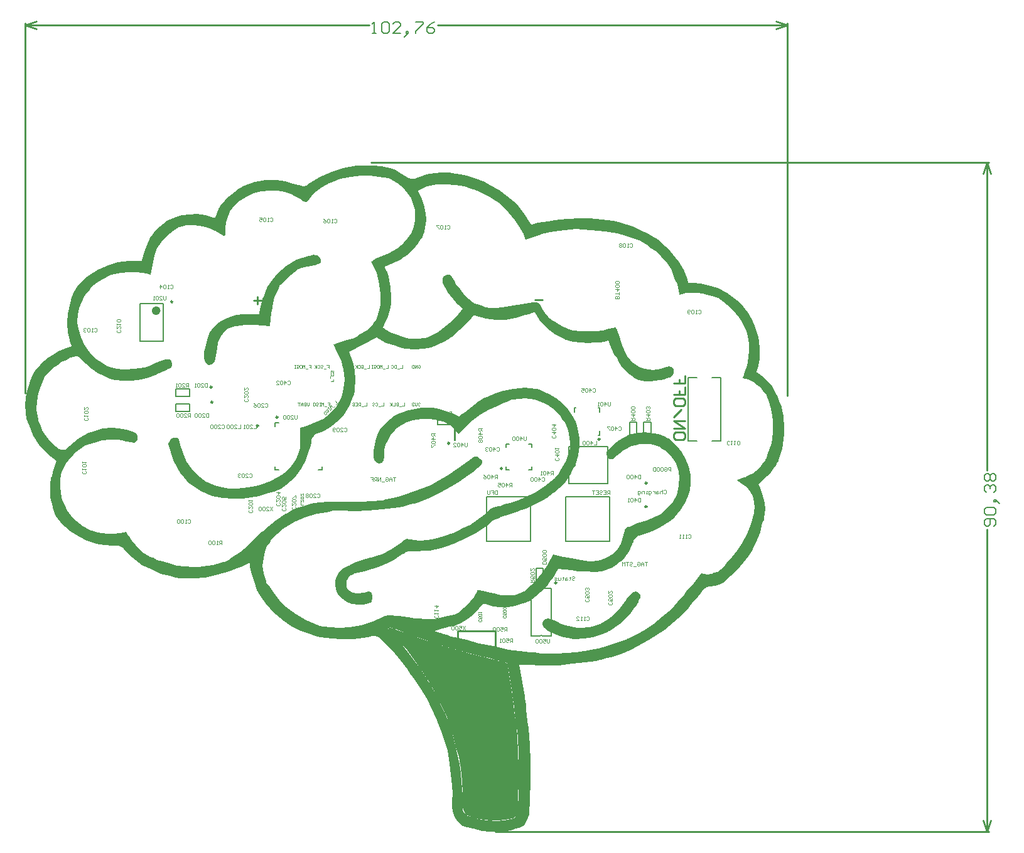
<source format=gbo>
G04 Layer_Color=13813960*
%FSLAX25Y25*%
%MOIN*%
G70*
G01*
G75*
%ADD39C,0.01000*%
%ADD40C,0.00600*%
%ADD96C,0.00787*%
%ADD98C,0.00400*%
%ADD175C,0.00984*%
%ADD176C,0.00394*%
%ADD177C,0.02362*%
%ADD178C,0.00591*%
%ADD179C,0.00300*%
G36*
X450021Y404991D02*
X454498Y403871D01*
X454872D01*
X455991Y403498D01*
X457484Y402752D01*
X459349Y401633D01*
X464573Y398647D01*
X464946D01*
X465693Y398274D01*
X467932D01*
X469051Y399021D01*
X470543Y399394D01*
X472782Y400140D01*
X475394Y400886D01*
X478379Y401259D01*
X481365Y401633D01*
X485842D01*
X487708Y401259D01*
X489574Y400886D01*
X492186Y400513D01*
X495171Y399767D01*
X501514Y397901D01*
X501887D01*
X502260Y397528D01*
X504872Y396409D01*
X508231Y394543D01*
X512335Y392304D01*
X516813Y388946D01*
X521664Y384841D01*
X525768Y379617D01*
X529500Y374020D01*
X529873D01*
X530992Y374393D01*
X533231Y374766D01*
X535470Y375140D01*
X538455Y375513D01*
X541813Y376259D01*
X548530Y377005D01*
X550769D01*
X553008Y377379D01*
X560097D01*
X564202Y377005D01*
X572784Y375886D01*
X573157D01*
X574650Y375513D01*
X577262Y374766D01*
X580247Y374020D01*
X583605Y372901D01*
X587336Y371035D01*
X591068Y369169D01*
X595172Y366931D01*
X595919Y366557D01*
X597411Y365438D01*
X599277Y363572D01*
X602262Y361333D01*
X604874Y357975D01*
X607859Y354244D01*
X610471Y349766D01*
X612337Y344915D01*
X612710Y343050D01*
X615695D01*
X619426Y342676D01*
X623531Y341557D01*
X628382Y340065D01*
X633606Y337453D01*
X638830Y333721D01*
X641069Y331482D01*
X643307Y328870D01*
X643680Y328124D01*
X645173Y326258D01*
X646666Y323273D01*
X648531Y319169D01*
X650024Y314318D01*
X650770Y308721D01*
Y302377D01*
X650024Y299019D01*
X649278Y295661D01*
X649651Y295288D01*
X650397Y294541D01*
X651890Y293422D01*
X653755Y291929D01*
X657487Y287825D01*
X658979Y285213D01*
X660472Y282228D01*
Y281855D01*
X660845Y281108D01*
X661591Y279243D01*
X662337Y277377D01*
X662711Y274765D01*
X663457Y272153D01*
X663830Y265437D01*
Y265063D01*
Y263944D01*
Y262078D01*
X663457Y259839D01*
X662711Y254615D01*
X660845Y248645D01*
Y248272D01*
X660099Y247526D01*
X659352Y246033D01*
X658233Y244167D01*
X656740Y242302D01*
X654875Y240063D01*
X652636Y238197D01*
X650024Y235958D01*
X650397Y235585D01*
X650770Y234466D01*
X651516Y232973D01*
X652263Y230734D01*
X653382Y225884D01*
X653755Y222899D01*
X653382Y219913D01*
Y219540D01*
X653009Y218421D01*
Y216928D01*
X652263Y215063D01*
X651143Y210212D01*
X648904Y204988D01*
X648531Y204241D01*
X647785Y202749D01*
X646666Y200510D01*
X644800Y197525D01*
X642188Y194167D01*
X639203Y190435D01*
X635471Y187077D01*
X631367Y183719D01*
X630994Y183346D01*
X629501Y182599D01*
X627262Y181853D01*
X624277Y181480D01*
X623904D01*
X622785Y181107D01*
X621292Y180360D01*
X620173Y178868D01*
X619800Y178495D01*
X619426Y177749D01*
X618307Y176256D01*
X616814Y174763D01*
X614949Y172525D01*
X613083Y170286D01*
X610471Y167674D01*
X607486Y164689D01*
X600396Y158718D01*
X592187Y153121D01*
X582485Y147897D01*
X577262Y145659D01*
X571664Y143793D01*
X571291D01*
X570545Y143420D01*
X569426D01*
X567933Y143046D01*
X566067Y142673D01*
X563829Y141927D01*
X558231Y141181D01*
X551515Y140435D01*
X544052Y139688D01*
X535843D01*
X527634Y140061D01*
X523156D01*
X526141Y123270D01*
Y122897D01*
Y122151D01*
X526514Y120658D01*
X526888Y118419D01*
Y116181D01*
X527261Y113195D01*
X527634Y109837D01*
X528007Y106106D01*
X528753Y97523D01*
X529127Y88195D01*
Y78493D01*
X528753Y68045D01*
X528380Y60956D01*
Y60583D01*
Y60210D01*
X527634Y57971D01*
X526141Y55359D01*
X525022Y54239D01*
X523156Y53120D01*
X522783D01*
X521291Y52747D01*
X518679Y52000D01*
X515694Y51627D01*
X511962Y51254D01*
X507858D01*
X503380Y51627D01*
X498902Y52747D01*
X498529D01*
X497410Y53120D01*
X495544Y53493D01*
X493305Y54239D01*
X492932D01*
X492559Y54985D01*
X490320Y56851D01*
X488454Y59836D01*
X487708Y62075D01*
X487335Y64314D01*
Y64687D01*
Y65060D01*
Y66180D01*
Y67672D01*
X487708Y71404D01*
X487335Y75881D01*
X486962Y81478D01*
X486215Y87449D01*
X485096Y94165D01*
X483230Y100509D01*
Y100882D01*
X482857Y101255D01*
X482111Y103494D01*
X480991Y106852D01*
X479126Y111330D01*
X476887Y116181D01*
X474275Y121778D01*
X470917Y127375D01*
X466812Y133345D01*
X466439Y133718D01*
X465320Y135211D01*
X463827Y137449D01*
X461588Y140435D01*
X458976Y143793D01*
X455991Y147524D01*
X448901Y154614D01*
X448528D01*
X447782Y154987D01*
X446663Y155360D01*
X444797D01*
X444051Y154987D01*
X442558Y154614D01*
X440319Y154241D01*
X437707Y153868D01*
X435095Y153495D01*
X428006D01*
X420170Y154241D01*
X415692Y154987D01*
X411587Y156480D01*
X407110Y157972D01*
X402632Y160211D01*
X398154Y163196D01*
X394050Y166554D01*
X393677Y166928D01*
X392557Y168047D01*
X390692Y169913D01*
X388453Y172525D01*
X386214Y175883D01*
X383975Y179614D01*
X382483Y184092D01*
X380990Y188943D01*
Y189316D01*
X380617Y190435D01*
X380244Y191928D01*
Y194167D01*
X376885Y192674D01*
X376139Y192301D01*
X374273Y191555D01*
X370915Y190062D01*
X366811Y188943D01*
X361960Y187450D01*
X356363Y186331D01*
X350019Y185958D01*
X342930D01*
X340691Y186331D01*
X337333Y187077D01*
X332855Y188197D01*
X328004Y190435D01*
X322780Y193047D01*
X317929Y196779D01*
X313078Y201629D01*
Y202003D01*
X312332Y202376D01*
X310467Y203122D01*
X307108D01*
X303004Y203495D01*
X298526Y204241D01*
X292929Y206107D01*
X287332Y209092D01*
X284720Y210958D01*
X282108Y213197D01*
X279496Y215809D01*
X277257Y218794D01*
Y219167D01*
X276884Y219540D01*
X275764Y222152D01*
X275018Y225137D01*
X274272Y228869D01*
Y229242D01*
Y229615D01*
Y232227D01*
Y235585D01*
X274645Y239317D01*
Y239690D01*
X275018Y240063D01*
X275391Y242302D01*
X276511Y245287D01*
X277630Y248272D01*
X277257D01*
X276884Y249018D01*
X274645Y250511D01*
X271660Y253123D01*
X268302Y256854D01*
X265317Y261705D01*
X262704Y267675D01*
X261585Y270660D01*
X261212Y274392D01*
X260839Y277750D01*
X261212Y281855D01*
Y282228D01*
X261585Y283720D01*
X261958Y285586D01*
X262704Y288198D01*
X263451Y290810D01*
X264943Y293795D01*
X266436Y296780D01*
X268675Y299392D01*
X269048Y299765D01*
X269794Y300512D01*
X271287Y301631D01*
X273152Y303124D01*
X275391Y304616D01*
X278376Y306482D01*
X281735Y307974D01*
X285466Y309094D01*
Y309467D01*
X285093Y310213D01*
X284720Y310960D01*
X284347Y312452D01*
X283600Y316557D01*
X283227Y321408D01*
X283600Y326631D01*
X284720Y332228D01*
X285466Y335214D01*
X286959Y338199D01*
X288451Y340811D01*
X290690Y343423D01*
X291436Y344169D01*
X292929Y345662D01*
X295914Y347527D01*
X299645Y349766D01*
X304123Y352005D01*
X309720Y353871D01*
X316064Y354617D01*
X322780D01*
Y354990D01*
X323153Y355736D01*
X323526Y357229D01*
X323900Y358721D01*
X325392Y362826D01*
X327258Y366931D01*
Y367304D01*
X328004Y368050D01*
X329497Y370289D01*
X332482Y372901D01*
X336213Y375886D01*
X336959Y376259D01*
X338452Y377005D01*
X340691Y377752D01*
X344049Y378871D01*
X347780Y379244D01*
X352258Y379617D01*
X356736Y378871D01*
X361587Y377379D01*
X361960Y377752D01*
X362333Y379244D01*
X363079Y381110D01*
X363825Y382976D01*
X364199Y383349D01*
X364945Y384468D01*
X366064Y385588D01*
X367557Y387453D01*
X372035Y391185D01*
X374273Y393050D01*
X377258Y394543D01*
X377632D01*
X378751Y395289D01*
X380244Y395662D01*
X382483Y396409D01*
X385094Y396782D01*
X388080Y397528D01*
X395169D01*
X395916Y397155D01*
X397035D01*
X398901Y396782D01*
X403005Y395662D01*
X407483Y394543D01*
X407856D01*
X408229Y394170D01*
X408975D01*
X410095Y394543D01*
X410468Y394916D01*
X410841Y395289D01*
X411961Y396036D01*
X413453Y396782D01*
X415319Y397901D01*
X417558Y399394D01*
X422782Y401633D01*
X429498Y403871D01*
X436961Y405364D01*
X445543D01*
X450021Y404991D01*
D02*
G37*
%LPC*%
G36*
X514947Y141554D02*
X514574D01*
X515320Y141367D01*
X515694Y141181D01*
X516253Y140994D01*
X516813Y140435D01*
X516999Y140061D01*
X517186Y139315D01*
X518305Y131852D01*
X518465Y130840D01*
X519574Y123494D01*
X520171Y118419D01*
X520917Y112449D01*
X521664Y107598D01*
X521291Y110583D01*
X520917Y113568D01*
X520544Y116181D01*
Y118046D01*
X520171Y119166D01*
Y119539D01*
X519574Y123494D01*
X519425Y124763D01*
X518465Y130840D01*
X517186Y139315D01*
Y139688D01*
X516999Y140061D01*
X516813Y140808D01*
X516253Y140994D01*
X516067Y141181D01*
X515320Y141367D01*
X514947Y141554D01*
D02*
G37*
G36*
X480618Y121031D02*
X482111Y117300D01*
X484350Y112822D01*
X486091Y108295D01*
X486464Y107101D01*
X487708Y102747D01*
X489275Y97175D01*
X489200Y97523D01*
X487708Y103121D01*
X486464Y107101D01*
X486215Y107971D01*
X486091Y108295D01*
X485842Y109091D01*
X483603Y115061D01*
X480618Y121031D01*
D02*
G37*
G36*
X472782Y134713D02*
X473902Y132972D01*
X474435Y132119D01*
X474275Y132599D01*
X473902Y132972D01*
X473529Y133718D01*
X472782Y134713D01*
D02*
G37*
G36*
X474435Y132119D02*
X474648Y131479D01*
X475768Y129987D01*
X477260Y127375D01*
X478753Y124763D01*
X477633Y127002D01*
X474435Y132119D01*
D02*
G37*
G36*
X521664Y107598D02*
X522037Y100135D01*
Y99762D01*
Y98643D01*
X522410Y96404D01*
Y94165D01*
Y91180D01*
X522783Y88195D01*
Y93419D01*
X522410Y100509D01*
Y100882D01*
Y101255D01*
Y102374D01*
X522037Y103867D01*
X521664Y107598D01*
D02*
G37*
G36*
X493305Y64314D02*
Y63941D01*
Y62448D01*
X494051Y60956D01*
X495544Y59836D01*
X495917Y59463D01*
X497783Y59090D01*
X495544Y59836D01*
X495171Y60210D01*
X494424Y60956D01*
X493678Y62075D01*
X493305Y64314D01*
D02*
G37*
G36*
X521291Y59090D02*
X519798Y58344D01*
X519425D01*
X517559Y57971D01*
X515320Y57598D01*
X512335Y57224D01*
X508604D01*
X504499Y57598D01*
X500022Y58344D01*
X503007Y57598D01*
X506738Y57224D01*
X510843Y56851D01*
X515320Y57224D01*
X520171Y58344D01*
X520544D01*
X521291Y59090D01*
D02*
G37*
G36*
X489275Y97175D02*
X491439Y87076D01*
X492186Y82225D01*
X492559Y77747D01*
X492932Y74016D01*
X493305Y70657D01*
Y71404D01*
X492932Y78120D01*
X492186Y84837D01*
X491066Y90807D01*
X489275Y97175D01*
D02*
G37*
G36*
X522783Y81105D02*
X522490Y65860D01*
X522410Y65060D01*
Y63568D01*
Y62448D01*
Y62075D01*
Y61702D01*
X522037Y60210D01*
X522410Y61329D01*
Y61702D01*
X522490Y65860D01*
X522783Y68792D01*
Y74016D01*
Y79613D01*
Y81105D01*
D02*
G37*
G36*
X453379Y158718D02*
X457484Y154241D01*
X461588Y149763D01*
X464946Y145659D01*
X467932Y141554D01*
X470543Y138196D01*
X472409Y135211D01*
X472782Y134713D01*
X470543Y138196D01*
X467185Y143046D01*
X463827Y147524D01*
X460469Y151256D01*
X457484Y154241D01*
X455245Y156853D01*
X453752Y158345D01*
X453379Y158718D01*
D02*
G37*
G36*
X453752Y159465D02*
X453379Y158718D01*
X453752Y159092D01*
Y159465D01*
D02*
G37*
G36*
X454125Y159838D02*
X453752D01*
X454312Y159745D01*
X454872Y159465D01*
X456271Y159185D01*
X456364Y159092D01*
X456737D01*
X456271Y159185D01*
X455991Y159465D01*
X454312Y159745D01*
X454125Y159838D01*
D02*
G37*
G36*
X444051Y399767D02*
X439200D01*
X433976Y399394D01*
X428006Y398274D01*
X422408Y396036D01*
X422035D01*
X421289Y395289D01*
X419797Y394543D01*
X418304Y393424D01*
X414199Y390438D01*
X410468Y385961D01*
X410095D01*
X408602Y386334D01*
X408229Y386707D01*
X406737Y387453D01*
X404871Y388573D01*
X401886Y390065D01*
X398901Y391185D01*
X394796Y391931D01*
X390692D01*
X386214Y391558D01*
X385841D01*
X384721Y391185D01*
X383229Y390811D01*
X381363Y390065D01*
X378751Y388946D01*
X376512Y387453D01*
X373900Y385961D01*
X371661Y383722D01*
X371288Y383349D01*
X370915Y382602D01*
X369796Y381483D01*
X369049Y379617D01*
X368303Y377379D01*
X367557Y374766D01*
X367184Y372154D01*
Y368796D01*
X366811Y367677D01*
X362706Y369916D01*
X362333Y370289D01*
X360840Y371035D01*
X358975Y371781D01*
X356363Y372528D01*
X353378Y373274D01*
X350019Y373647D01*
X346661D01*
X342930Y372528D01*
X342557D01*
X341437Y371781D01*
X339571Y370662D01*
X337706Y369169D01*
X335467Y367304D01*
X333228Y364692D01*
X330989Y361333D01*
X329497Y357229D01*
X327631Y347154D01*
X326138Y347527D01*
X325392Y347900D01*
X323153Y348273D01*
X320168Y348647D01*
X316064D01*
X311586Y348273D01*
X306362Y347154D01*
X301511Y344542D01*
X298899Y343050D01*
X296287Y340811D01*
X295914Y340438D01*
X295168Y339318D01*
X293675Y337826D01*
X292183Y335587D01*
X290690Y332602D01*
X289571Y329616D01*
X288824Y325885D01*
X288451Y322154D01*
Y321781D01*
X288824Y320288D01*
X289197Y318422D01*
X289944Y316183D01*
X290690Y313198D01*
X292183Y310213D01*
X294048Y307228D01*
X296660Y304243D01*
X297033Y303870D01*
X297780Y303124D01*
X298899Y302377D01*
X300392Y301258D01*
X304496Y298646D01*
X306735Y297900D01*
X309347Y297153D01*
X310467D01*
X311959Y296780D01*
X313825D01*
X318675Y297153D01*
X324273Y297900D01*
X324646D01*
X325019Y298273D01*
X327258Y299019D01*
X329870Y300138D01*
X333228Y301631D01*
X333601D01*
X333974Y302004D01*
X335467Y302377D01*
X337333D01*
X338079Y302004D01*
X338452Y301258D01*
Y300885D01*
X338825Y300138D01*
Y299019D01*
X338452Y297900D01*
X337706Y297527D01*
X336959Y297153D01*
X335840Y296407D01*
X330616Y294168D01*
X330243Y293795D01*
X328750Y293422D01*
X326512Y292676D01*
X323900Y291929D01*
X320541Y291183D01*
X316810Y290810D01*
X313078D01*
X308974Y291183D01*
X308601D01*
X307108Y291556D01*
X305242Y292302D01*
X302630Y293422D01*
X299645Y294915D01*
X296287Y297153D01*
X293302Y299765D01*
X289944Y303124D01*
X289571Y303497D01*
X288078Y303870D01*
X287705D01*
X286585Y303497D01*
X284720Y303124D01*
X282854Y302004D01*
X280242Y300885D01*
X278003Y299392D01*
X275391Y297527D01*
X273152Y295288D01*
X272779Y294915D01*
X271660Y293422D01*
X270540Y291183D01*
X269048Y287825D01*
X267929Y284093D01*
X267182Y279989D01*
X266809Y275511D01*
X267929Y270287D01*
Y269914D01*
X268302Y268795D01*
X269048Y266929D01*
X269794Y264690D01*
X271287Y262451D01*
X273152Y259839D01*
X275391Y257227D01*
X278376Y254989D01*
X278750Y254615D01*
X280242Y254242D01*
X282108D01*
X282854Y254989D01*
X283974Y255735D01*
X284347Y256108D01*
X285093Y256854D01*
X286959Y258347D01*
X288824Y259839D01*
X291436Y261705D01*
X294421Y263198D01*
X298153Y264317D01*
X301884Y265437D01*
X303377D01*
X305242Y265810D01*
X307481D01*
X312705Y265063D01*
X315690Y264690D01*
X318675Y263571D01*
X319049Y263198D01*
X319795Y262825D01*
X320541Y261705D01*
Y259839D01*
Y259466D01*
X319795Y258720D01*
X318675Y257974D01*
X317183Y258347D01*
X314944Y258720D01*
X314198D01*
X312332Y259093D01*
X309720Y259466D01*
X305989D01*
X301884Y259093D01*
X297407Y257974D01*
X292929Y256481D01*
X288451Y253496D01*
X288078Y253123D01*
X287332Y252750D01*
X286585Y251630D01*
X285093Y250138D01*
X282481Y246779D01*
X280242Y242302D01*
Y241929D01*
X279869Y241182D01*
Y240063D01*
X279496Y238570D01*
Y234093D01*
X280242Y228869D01*
Y228496D01*
X280988Y227003D01*
X281735Y224764D01*
X283227Y221779D01*
X285093Y219167D01*
X288078Y216182D01*
X291436Y213570D01*
X295914Y211331D01*
X296287D01*
X297407Y210958D01*
X299272Y210212D01*
X301884Y209839D01*
X304496Y209466D01*
X307855D01*
X311213Y209839D01*
X314571Y210585D01*
X314944Y210212D01*
X315317Y209092D01*
X316437Y207600D01*
X317556Y205734D01*
X319422Y203495D01*
X321661Y201629D01*
X323900Y199391D01*
X326885Y197525D01*
X327258Y197152D01*
X328750Y196779D01*
X330989Y195659D01*
X333974Y194913D01*
X337333Y193794D01*
X341437Y192674D01*
X345542Y192301D01*
X350019Y191928D01*
X353004D01*
X355243Y192301D01*
X360467Y193047D01*
X366064Y194540D01*
X366438D01*
X367557Y194913D01*
X368676Y195659D01*
X370542Y196779D01*
X375020Y199764D01*
X377258Y201629D01*
X379497Y203868D01*
X380244Y204615D01*
X381736Y206107D01*
X383975Y208346D01*
X386587Y210585D01*
X386960Y210958D01*
X387706Y211331D01*
X388826Y212451D01*
X390318Y213570D01*
X393677Y216555D01*
X398154Y219540D01*
X398528Y219913D01*
X400020Y220660D01*
X402259Y221779D01*
X404871Y223272D01*
X408602Y224391D01*
X412334Y225511D01*
X416811Y226257D01*
X421662Y226630D01*
X439573D01*
X450021Y227376D01*
X450767D01*
X452260Y227749D01*
X454498Y228122D01*
X457484Y228869D01*
X461215Y229988D01*
X464946Y231108D01*
X473155Y234093D01*
X473529Y234466D01*
X475021Y234839D01*
X477260Y235958D01*
X479872Y237451D01*
X482857Y239317D01*
X486215Y241182D01*
X493678Y246406D01*
X498902Y250138D01*
X499275Y250511D01*
X501141D01*
X502634Y249391D01*
X503007Y249018D01*
X503380Y248272D01*
Y247153D01*
X503007Y246406D01*
X502260Y245660D01*
X501141Y244541D01*
X500395Y244167D01*
X498529Y242302D01*
X495544Y240063D01*
X491813Y237451D01*
X486962Y234466D01*
X481365Y231481D01*
X475394Y228496D01*
X468678Y225884D01*
X468305D01*
X467932Y225511D01*
X466812D01*
X465320Y225137D01*
X461215Y224018D01*
X456364Y223272D01*
X450021Y222525D01*
X443304Y221779D01*
X435842Y221406D01*
X428379Y221779D01*
X424647D01*
X420916Y221033D01*
X415692Y220286D01*
X410095Y218421D01*
X403752Y215809D01*
X397781Y212077D01*
X394796Y209466D01*
X391811Y206854D01*
X391438Y206480D01*
X390692Y204988D01*
X389199Y202749D01*
X388080Y200137D01*
X387333Y196406D01*
X386960Y192674D01*
X387333Y188570D01*
X388826Y184092D01*
Y183719D01*
X389199Y183346D01*
X390692Y181107D01*
X392930Y178122D01*
X395916Y174390D01*
X399647Y170659D01*
X404498Y166928D01*
X410095Y163569D01*
X416438Y160957D01*
X416811D01*
X417184Y160584D01*
X419423Y160211D01*
X423155Y159838D01*
X427632Y159465D01*
X433229Y159838D01*
X439200Y160957D01*
X445543Y162823D01*
X451887Y165808D01*
X452260D01*
X453006Y166181D01*
X455991D01*
X457484Y165808D01*
X459349D01*
X461588Y165435D01*
X464573Y165062D01*
X467932Y164689D01*
X475394Y164315D01*
X478006D01*
X479872Y164689D01*
X483977Y165435D01*
X488454Y166554D01*
X488827D01*
X489574Y166928D01*
X490693Y167674D01*
X492186Y168793D01*
X495544Y171405D01*
X498902Y175510D01*
X499275Y175883D01*
X499648Y176629D01*
X500395Y178122D01*
X501141Y179987D01*
X501887Y179614D01*
X503753Y179241D01*
X506365Y178495D01*
X509723Y177749D01*
X513455Y177002D01*
X520917D01*
X524276Y178122D01*
X524649Y178495D01*
X525768Y178868D01*
X527261Y180360D01*
X529500Y182226D01*
X532112Y184838D01*
X535097Y188570D01*
X538082Y193047D01*
X541067Y198644D01*
X543679Y197898D01*
X544052D01*
X545171Y197525D01*
X546664Y197152D01*
X548903Y196779D01*
X551142Y196406D01*
X554127Y196032D01*
X560097Y194913D01*
X561963D01*
X564202Y195286D01*
X566440Y195659D01*
X569426Y196779D01*
X572411Y198644D01*
X575023Y200883D01*
X577262Y204241D01*
X579127Y211331D01*
Y211704D01*
X579500Y212077D01*
X580993Y213197D01*
X581366D01*
X582485Y213570D01*
X583978Y214316D01*
X585844Y215063D01*
X590695Y216555D01*
X595919Y218794D01*
X596665Y219167D01*
X598157Y219913D01*
X600023Y221779D01*
X602635Y224018D01*
X604874Y226630D01*
X606740Y230361D01*
X607859Y234839D01*
X608232Y240063D01*
Y240436D01*
X607859Y241556D01*
Y243048D01*
X607113Y244914D01*
X606366Y246779D01*
X605247Y249018D01*
X603381Y251257D01*
X601516Y253123D01*
X601143Y253496D01*
X600396Y253869D01*
X599277Y254615D01*
X597411Y255735D01*
X595545Y256481D01*
X592933Y257227D01*
X586963D01*
X586217Y256854D01*
X584724Y256481D01*
X582859Y256108D01*
X578381Y253869D01*
X576515Y252377D01*
X574276Y250511D01*
X573903Y250138D01*
X572784Y249391D01*
X570918D01*
X570172Y250138D01*
X569799Y250511D01*
X569426Y252003D01*
Y252377D01*
Y252750D01*
X569799Y253496D01*
X570172Y253869D01*
X570545Y254242D01*
X571291Y254989D01*
X572411Y256108D01*
X573903Y257600D01*
X576142Y259093D01*
X578381Y260586D01*
X581366Y262078D01*
X584351Y262825D01*
X584724D01*
X585844Y263198D01*
X587336D01*
X589575Y263571D01*
X592187Y263198D01*
X595172Y262825D01*
X598157Y262078D01*
X601143Y260959D01*
X601516Y260586D01*
X603008Y259839D01*
X604874Y257974D01*
X607113Y255735D01*
X609352Y252750D01*
X611590Y249391D01*
X613083Y245287D01*
X614202Y240809D01*
Y240063D01*
Y238570D01*
Y236332D01*
X613829Y232973D01*
X612710Y229615D01*
X611217Y225884D01*
X608979Y222152D01*
X605993Y218421D01*
X605620Y218048D01*
X604501Y217301D01*
X603008Y216182D01*
X600396Y214689D01*
X597784Y212824D01*
X594426Y211331D01*
X591068Y209839D01*
X586963Y208719D01*
X586590D01*
X585844Y208346D01*
X584724Y207227D01*
X583978Y205734D01*
Y205361D01*
X583605Y204988D01*
X582859Y203122D01*
X581366Y200137D01*
X579127Y196779D01*
X578754Y196406D01*
X578008Y195659D01*
X576515Y194540D01*
X574650Y193047D01*
X572411Y191555D01*
X569799Y190435D01*
X566814Y189689D01*
X563455Y189316D01*
X561963D01*
X560097Y189689D01*
X554500D01*
X551142Y190062D01*
X543679Y190808D01*
X540694Y185584D01*
X540321Y185211D01*
X539574Y184092D01*
X538455Y182599D01*
X536589Y180360D01*
X534350Y178495D01*
X531739Y176256D01*
X528753Y174017D01*
X525395Y172525D01*
X525022D01*
X523903Y172152D01*
X522037Y171405D01*
X519425Y171032D01*
X516440Y170659D01*
X513082D01*
X509350Y171032D01*
X505619Y172152D01*
X503753D01*
X502634Y171032D01*
X502260Y170659D01*
X501887Y169913D01*
X500768Y168793D01*
X499275Y167301D01*
X497410Y165435D01*
X495171Y163942D01*
X492559Y162077D01*
X489574Y160957D01*
X489200D01*
X488827Y160584D01*
X487708D01*
X486215Y160211D01*
X482484Y159092D01*
X478006Y157972D01*
X480991Y156853D01*
X481365D01*
X482111Y156480D01*
X483230Y156106D01*
X484723Y155733D01*
X486962Y154987D01*
X489200Y154614D01*
X495171Y153121D01*
X501887Y151256D01*
X509350Y149763D01*
X517559Y147897D01*
X526141Y146778D01*
X526888D01*
X528380Y146405D01*
X531365D01*
X534724Y146032D01*
X543306D01*
X553008Y146405D01*
X553754D01*
X555246Y146778D01*
X557858Y147151D01*
X561216Y147897D01*
X565321Y148644D01*
X569799Y149763D01*
X579500Y153121D01*
X579874D01*
X580247Y153495D01*
X582485Y154614D01*
X585844Y156106D01*
X589575Y158345D01*
X594426Y161704D01*
X599277Y165435D01*
X604128Y169539D01*
X608605Y174763D01*
X608979Y175137D01*
X609725Y175883D01*
X610844Y177375D01*
X611964Y178868D01*
X615695Y183346D01*
X619800Y188570D01*
X620173D01*
X621292Y188197D01*
X623158Y187823D01*
X625024Y188197D01*
X625397D01*
X626516Y188943D01*
X628382Y189316D01*
X630247Y190435D01*
X630621D01*
X630994Y191182D01*
X632113Y192674D01*
X632486Y193047D01*
X633979Y194913D01*
X636218Y197152D01*
X638830Y200510D01*
X641442Y204615D01*
X644054Y209466D01*
X646292Y214689D01*
X647785Y220660D01*
Y221033D01*
Y221406D01*
X648158Y223645D01*
X647785Y226630D01*
X647039Y229615D01*
Y229988D01*
X646666Y230361D01*
X645919Y231854D01*
X644054Y234093D01*
X641069Y236332D01*
X638456Y238197D01*
X638830D01*
X640322Y238570D01*
X641442Y239317D01*
X642934Y239690D01*
X643307D01*
X644054Y240063D01*
X645546Y240809D01*
X647039Y241556D01*
X650770Y244541D01*
X652263Y246406D01*
X653755Y248645D01*
Y249018D01*
X654501Y249765D01*
X654875Y251257D01*
X655621Y253123D01*
X657114Y257600D01*
X657860Y263198D01*
Y263571D01*
Y265063D01*
Y266929D01*
Y269541D01*
X657487Y272526D01*
X656740Y275884D01*
X655994Y279616D01*
X654501Y282974D01*
Y283347D01*
X653755Y284093D01*
X652636Y285586D01*
X651516Y287079D01*
X649651Y288571D01*
X647412Y290064D01*
X644800Y291556D01*
X641815Y292302D01*
Y292676D01*
X642561Y293795D01*
X642934Y295661D01*
X643680Y297900D01*
X644427Y300512D01*
X644800Y303497D01*
X645173Y306482D01*
Y309467D01*
Y309840D01*
Y310960D01*
X644800Y312452D01*
X644427Y314691D01*
X643680Y317303D01*
X642561Y319915D01*
X641069Y322527D01*
X639203Y325512D01*
X638830Y325885D01*
X638083Y326631D01*
X636964Y328124D01*
X635471Y329616D01*
X631367Y332975D01*
X628755Y334840D01*
X625770Y335960D01*
X625397D01*
X624277Y336333D01*
X622785Y336706D01*
X620546Y337079D01*
X617934Y337453D01*
X611964D01*
X608232Y336706D01*
Y337079D01*
Y337453D01*
X607859Y338572D01*
Y338945D01*
X607486Y340438D01*
X607113Y342303D01*
X605993Y344542D01*
X603755Y350139D01*
X601889Y353124D01*
X599650Y355736D01*
X599277Y356109D01*
X598530Y356856D01*
X597411Y358348D01*
X595545Y359841D01*
X593307Y361333D01*
X590695Y363199D01*
X587336Y365065D01*
X583978Y366557D01*
X583605D01*
X582859Y366931D01*
X581739Y367304D01*
X579874Y368050D01*
X577635Y368423D01*
X575023Y369169D01*
X568679Y370289D01*
X561216Y371035D01*
X553008Y371408D01*
X544425Y370662D01*
X539574Y369916D01*
X535097Y368796D01*
X534724D01*
X534350Y368423D01*
X532485Y368050D01*
X529500Y366931D01*
X526514Y365811D01*
Y366184D01*
X526141Y366557D01*
X525395Y368796D01*
X523529Y372154D01*
X520917Y376259D01*
X517559Y380364D01*
X513082Y384841D01*
X507484Y388573D01*
X500768Y391931D01*
X500395D01*
X500022Y392304D01*
X498902Y392677D01*
X497410Y393050D01*
X494051Y394170D01*
X489574Y394916D01*
X484350Y395289D01*
X479126D01*
X474275Y394170D01*
X469424Y391931D01*
Y391558D01*
X469797Y390811D01*
X470543Y389692D01*
X471290Y388199D01*
X472409Y384468D01*
X473529Y379990D01*
Y379617D01*
Y378871D01*
X473902Y377752D01*
Y376259D01*
X473155Y372154D01*
X472782Y369916D01*
X471663Y367677D01*
Y367304D01*
X471290Y366557D01*
X470543Y365438D01*
X469424Y363945D01*
X466812Y360587D01*
X463454Y357602D01*
X463081D01*
X462708Y356856D01*
X461588Y356483D01*
X460096Y355363D01*
X456364Y353498D01*
X451887Y351632D01*
Y351259D01*
X452260Y350139D01*
X453006Y348647D01*
X453752Y346408D01*
X454125Y343796D01*
X454872Y340811D01*
X455245Y334840D01*
Y334467D01*
Y333348D01*
Y331855D01*
X454872Y329990D01*
X453379Y324766D01*
X452260Y322154D01*
X450767Y319169D01*
X451140Y318795D01*
X452633Y318049D01*
X454872Y316557D01*
X457857Y315437D01*
X461215Y314318D01*
X464946Y313198D01*
X469051D01*
X473155Y313572D01*
X473529D01*
X475021Y314318D01*
X477260Y315064D01*
X479872Y316557D01*
X482857Y318795D01*
X486215Y321408D01*
X489947Y324766D01*
X493305Y329243D01*
X491439Y330736D01*
X491066Y331109D01*
X490320Y331482D01*
X489574Y332602D01*
X488081Y334094D01*
X485096Y337826D01*
X482484Y343050D01*
Y343423D01*
Y344169D01*
Y345288D01*
X483230Y346408D01*
X483603D01*
X483977Y346781D01*
X485096Y347154D01*
X486588D01*
X486962Y346781D01*
X488081Y344915D01*
X488454Y344542D01*
X488827Y343796D01*
X489574Y342303D01*
X491066Y340438D01*
X494051Y336333D01*
X498529Y332602D01*
X498902D01*
X499648Y331855D01*
X501141Y331482D01*
X503007Y330736D01*
X505245Y329990D01*
X507858Y329616D01*
X510843D01*
X514201Y329990D01*
X530619Y332602D01*
X532112D01*
X533604Y332228D01*
X534350Y331109D01*
X534724Y330363D01*
X535470Y328870D01*
X536962Y327005D01*
X538455Y324766D01*
X538828Y324393D01*
X539574Y324019D01*
X540694Y322900D01*
X542186Y322154D01*
X545918Y319915D01*
X550395Y318049D01*
X550769D01*
X551515Y317676D01*
X553008D01*
X554500Y317303D01*
X565321D01*
X566067Y317676D01*
X567560D01*
X570918Y318422D01*
X574650Y319169D01*
Y318795D01*
X575023Y318049D01*
X575396Y316557D01*
X576142Y315064D01*
X577635Y310586D01*
X579500Y305736D01*
X579874Y305362D01*
X580620Y303870D01*
X582112Y302004D01*
X583978Y300138D01*
X586963Y298273D01*
X589948Y297153D01*
X594053Y296407D01*
X598530Y297153D01*
X601143Y298273D01*
X601516D01*
X602635Y298646D01*
X604128Y298273D01*
X605247Y296780D01*
Y296407D01*
Y295288D01*
X604874Y293795D01*
X604128Y293422D01*
X603008Y292676D01*
X602635D01*
X601516Y292302D01*
X600023Y291556D01*
X597784Y291183D01*
X592933Y290437D01*
X589948D01*
X586963Y291183D01*
X586590D01*
X585844Y291556D01*
X584351Y292302D01*
X582859Y293422D01*
X580993Y294915D01*
X579127Y296780D01*
X577262Y299019D01*
X575396Y302004D01*
Y302377D01*
X575023Y302750D01*
X573530Y304989D01*
X572038Y307974D01*
X570545Y312079D01*
X570172D01*
X568306Y311706D01*
X566067Y311333D01*
X563082D01*
X559724Y310960D01*
X555993Y311333D01*
X551888Y311706D01*
X548157Y312452D01*
X547784D01*
X546664Y313198D01*
X544798Y314318D01*
X542186Y315437D01*
X539574Y317676D01*
X536962Y320288D01*
X533977Y323273D01*
X531365Y327378D01*
X530992D01*
X529873Y327005D01*
X528380Y326258D01*
X526514Y325885D01*
X521291Y324393D01*
X515694Y323273D01*
X510843D01*
X508231Y323646D01*
X505619Y324019D01*
X499648Y325512D01*
X499275D01*
X498529Y325139D01*
X497783Y324393D01*
X497410Y324019D01*
X497037Y323646D01*
X494798Y321034D01*
X491439Y318049D01*
X487335Y314318D01*
X486962Y313945D01*
X485469Y312825D01*
X483230Y311706D01*
X480245Y310213D01*
X476514Y308721D01*
X472409Y307974D01*
X467558Y307601D01*
X462708Y307974D01*
X462334D01*
X461215Y308348D01*
X459723Y308721D01*
X457484Y309467D01*
X452633Y310960D01*
X447409Y313945D01*
X432856Y306109D01*
X434722Y300885D01*
Y300512D01*
X435095Y299765D01*
X435468Y298273D01*
X435842Y296407D01*
X436215Y291556D01*
X435842Y286332D01*
Y285959D01*
Y285213D01*
X435468Y283720D01*
X434722Y282228D01*
X433229Y277750D01*
X431737Y275511D01*
X430244Y272899D01*
X429871Y272526D01*
X429125Y271780D01*
X428006Y270660D01*
X426140Y268795D01*
X424274Y267302D01*
X421662Y265437D01*
X418677Y263944D01*
X415319Y262451D01*
X414946D01*
X414199Y261705D01*
X413080Y260586D01*
X412707Y259093D01*
Y258720D01*
Y258347D01*
X412334Y256108D01*
X411214Y252750D01*
X409722Y248645D01*
X407483Y244167D01*
X404125Y239690D01*
X399647Y235585D01*
X396662Y233720D01*
X393677Y232227D01*
X392930Y231854D01*
X391438Y231481D01*
X388826Y230734D01*
X385094Y229615D01*
X380990Y228869D01*
X376512Y228122D01*
X371288D01*
X366064Y228496D01*
X365691D01*
X364199Y228869D01*
X362333Y229242D01*
X360094Y229615D01*
X357109Y230734D01*
X354124Y232227D01*
X351139Y234093D01*
X348154Y236332D01*
X347780Y236705D01*
X346661Y237824D01*
X345168Y239690D01*
X343303Y241929D01*
X341437Y244914D01*
X339571Y248645D01*
X338079Y252750D01*
X336959Y257227D01*
Y257600D01*
X337333Y258720D01*
X338079Y259839D01*
X339571Y260586D01*
X341437D01*
X342557Y259839D01*
X342930Y257974D01*
X343303Y257227D01*
Y256481D01*
X344049Y254242D01*
X345168Y251257D01*
X346661Y247899D01*
X349273Y244167D01*
X352631Y240436D01*
X356736Y237078D01*
X362333Y234839D01*
X363079D01*
X364199Y234466D01*
X365691Y234093D01*
X369049Y233720D01*
X373527D01*
X379124Y234093D01*
X384721Y235212D01*
X391065Y237451D01*
X397035Y240809D01*
X397408Y241182D01*
X398528Y241929D01*
X399647Y243048D01*
X401513Y244541D01*
X403005Y246779D01*
X404498Y249018D01*
X405990Y252003D01*
X406737Y255362D01*
Y255735D01*
Y256108D01*
Y258347D01*
Y261705D01*
Y265810D01*
X407110D01*
X407856Y266183D01*
X409349Y266556D01*
X411214Y267302D01*
X415319Y268795D01*
X419797Y271034D01*
X420170Y271407D01*
X420916Y271780D01*
X423155Y274019D01*
X426140Y277377D01*
X428752Y282228D01*
Y282601D01*
X429125Y283347D01*
X429498Y284840D01*
X429871Y286705D01*
X430618Y291556D01*
X430244Y294168D01*
X429871Y296780D01*
Y297153D01*
X429498Y297900D01*
X429125Y299392D01*
X428752Y301258D01*
X426886Y305362D01*
X424647Y310213D01*
X425020D01*
X425394Y310586D01*
X427632Y311333D01*
X430618Y312079D01*
X434349Y313198D01*
X434722D01*
X435468Y313572D01*
X436961Y314318D01*
X438453Y315437D01*
X442185Y317676D01*
X445543Y321034D01*
X445916Y321408D01*
X446289Y322154D01*
X447036Y323273D01*
X447782Y324766D01*
X448901Y328497D01*
X449648Y331109D01*
Y333721D01*
Y334094D01*
Y335214D01*
Y337079D01*
X449274Y339318D01*
X448901Y342303D01*
X448155Y345288D01*
X447409Y348273D01*
X445916Y351632D01*
X444424Y354244D01*
X444797D01*
X445543Y354990D01*
X447036Y355736D01*
X448901Y356483D01*
X453752Y358721D01*
X458603Y361333D01*
X458976Y361707D01*
X460469Y362826D01*
X461961Y364319D01*
X463827Y366557D01*
X465693Y369169D01*
X467185Y372528D01*
X467932Y376259D01*
Y380737D01*
Y381483D01*
X467558Y382976D01*
X466812Y384841D01*
X465693Y387826D01*
X463827Y390438D01*
X461588Y393424D01*
X458603Y396036D01*
X454498Y398274D01*
X453752Y398647D01*
X451513Y399021D01*
X448528Y399394D01*
X444051Y399767D01*
D02*
G37*
G36*
X494798Y146405D02*
X497410Y145659D01*
X498529Y145472D01*
X503007Y144352D01*
X503380Y144166D01*
X503753D01*
X510118Y142630D01*
X511216Y142300D01*
X512708Y141927D01*
X513028D01*
X513853Y141728D01*
X514201Y141554D01*
X514574D01*
X513853Y141728D01*
X513455Y141927D01*
X513028D01*
X510118Y142630D01*
X507484Y143420D01*
X503753Y144166D01*
X503007Y144352D01*
X502634Y144539D01*
X501514Y144912D01*
X499648Y145285D01*
X498529Y145472D01*
X494798Y146405D01*
D02*
G37*
G36*
X487646Y148581D02*
X494798Y146405D01*
X488827Y148270D01*
X487646Y148581D01*
D02*
G37*
G36*
X457111Y159092D02*
X456737D01*
X465320Y155733D01*
X473529Y152748D01*
X481738Y150136D01*
X487646Y148581D01*
X486215Y149017D01*
X478379Y151256D01*
X471290Y153868D01*
X465320Y155733D01*
X462708Y156853D01*
X460842Y157599D01*
X458976Y158345D01*
X457857Y158718D01*
X457111Y159092D01*
D02*
G37*
%LPD*%
G36*
X415319Y357602D02*
X415692D01*
X416438Y357229D01*
X417184Y356483D01*
X417931Y355363D01*
Y354990D01*
Y353871D01*
X417184Y353124D01*
X416065Y352751D01*
X414946Y352378D01*
X414199D01*
X412707Y352005D01*
X410468Y351632D01*
X407856Y350886D01*
X407483D01*
X406737Y350512D01*
X405244Y349766D01*
X403752Y348647D01*
X400393Y346035D01*
X397035Y342676D01*
Y342303D01*
X396289Y341930D01*
X395916Y340811D01*
X395169Y339318D01*
X393303Y335214D01*
X392184Y330363D01*
Y329990D01*
Y329616D01*
X391438Y327005D01*
X391065Y323646D01*
X390692Y319915D01*
X389572D01*
X388453Y320288D01*
X386960D01*
X382856Y320661D01*
X377632D01*
X375393Y320288D01*
X372408Y319915D01*
X369049Y318795D01*
X368303Y318422D01*
X366811Y317303D01*
X364945Y314691D01*
X363079Y311333D01*
Y310960D01*
Y310586D01*
X362706Y308721D01*
X362333Y305736D01*
X361960Y302750D01*
Y302377D01*
X361587Y301258D01*
X360467Y299765D01*
X358601Y299392D01*
X358228D01*
X357482Y299765D01*
X356363Y300885D01*
X355990Y302750D01*
Y303124D01*
Y304616D01*
Y306109D01*
X356363Y308721D01*
X357109Y311333D01*
X357855Y313945D01*
X358975Y316557D01*
X360840Y319169D01*
X361213Y319542D01*
X361960Y320288D01*
X363079Y321408D01*
X364945Y322527D01*
X366811Y323646D01*
X369796Y324766D01*
X372781Y325885D01*
X376512Y326258D01*
X385094D01*
Y326631D01*
Y327005D01*
X385468Y328870D01*
X386214Y331482D01*
X386960Y334467D01*
Y334840D01*
X387333Y335214D01*
X388080Y337453D01*
X389572Y340811D01*
X392184Y344542D01*
X395169Y348273D01*
X399647Y352005D01*
X404871Y355363D01*
X411587Y357229D01*
X411961D01*
X412707Y357602D01*
X413826Y357975D01*
X415319Y357602D01*
D02*
G37*
G36*
X586217Y178495D02*
X586590Y178122D01*
X587336Y177002D01*
Y176256D01*
Y175137D01*
X586963Y174763D01*
X586590Y173271D01*
X585471Y171405D01*
X583978Y169539D01*
X583605Y169166D01*
X583232Y168420D01*
X582112Y166928D01*
X580620Y165435D01*
X576515Y161704D01*
X571291Y157972D01*
X570918D01*
X569799Y157226D01*
X568306Y156480D01*
X566067Y155733D01*
X563455Y154987D01*
X560470Y154241D01*
X556739Y153868D01*
X553008Y153495D01*
X551888D01*
X550769Y153868D01*
X548903Y154241D01*
X546664Y154614D01*
X544425Y155360D01*
X541440Y156480D01*
X538455Y157972D01*
X536589Y159465D01*
X536216Y159838D01*
X535843Y160584D01*
X535470Y161704D01*
X535843Y163196D01*
X536216Y163569D01*
X536962Y164315D01*
X538455Y164689D01*
X540321Y164315D01*
X540694Y163942D01*
X541813Y163569D01*
X543306Y162823D01*
X545545Y161704D01*
X547784Y160957D01*
X550769Y160211D01*
X554127Y159465D01*
X557858D01*
X558605Y159838D01*
X560097D01*
X561963Y160211D01*
X566067Y161704D01*
X570545Y164315D01*
X570918Y164689D01*
X571664Y165062D01*
X573903Y167301D01*
X576888Y170286D01*
X579874Y174390D01*
X580247Y174763D01*
X580620Y175510D01*
X582859Y177749D01*
X583232Y178122D01*
X583978Y178495D01*
X585098Y178868D01*
X586217Y178495D01*
D02*
G37*
G36*
X532112Y286705D02*
X532858D01*
X534350Y285959D01*
X536589Y284840D01*
X539574Y283720D01*
X542933Y281482D01*
X546291Y278870D01*
X549276Y275511D01*
X551888Y271407D01*
X552261Y271034D01*
X553008Y269168D01*
X553754Y266929D01*
X554500Y263944D01*
X555246Y260212D01*
Y255735D01*
X554500Y251257D01*
X553008Y246406D01*
Y246033D01*
X552261Y244914D01*
X551515Y243421D01*
X550395Y241182D01*
X547037Y236332D01*
X542186Y231854D01*
X541813Y231481D01*
X541067Y231108D01*
X539574Y229988D01*
X537709Y228496D01*
X535470Y227376D01*
X532858Y225884D01*
X526888Y222899D01*
X526514D01*
X525768Y222525D01*
X524276Y222152D01*
X522783Y221406D01*
X518305Y219913D01*
X513455Y218421D01*
X513082D01*
X512335Y218048D01*
X509723Y216928D01*
X508977Y216555D01*
X507111Y214689D01*
X504126Y212451D01*
X500022Y209839D01*
X494798Y207227D01*
X489200Y204615D01*
X482857Y202376D01*
X475768Y200510D01*
X472409D01*
X469051Y200137D01*
X464573D01*
X462708Y199764D01*
X462334Y199391D01*
X460842Y198644D01*
X458976Y197152D01*
X456364Y195659D01*
X453006Y193794D01*
X449274Y192301D01*
X445170Y190808D01*
X440692Y189689D01*
X436215Y188570D01*
X435842D01*
X434722Y187823D01*
X433229Y187077D01*
X432110Y185584D01*
X431737Y185211D01*
X431364Y184092D01*
Y182599D01*
Y181107D01*
X431737Y180734D01*
X432110Y179987D01*
X433229Y179241D01*
X434722Y178122D01*
X435095D01*
X436588Y177749D01*
X438080D01*
X440319Y178122D01*
X441066D01*
X441439Y178495D01*
X443304Y178868D01*
X443677D01*
X444051Y178495D01*
X444797Y178122D01*
X445170Y176629D01*
Y176256D01*
Y175137D01*
X444797Y173644D01*
X444051Y172898D01*
X442931Y172525D01*
X442185Y172152D01*
X440319Y171778D01*
X437707D01*
X434349Y172152D01*
X433603Y172525D01*
X431737Y173271D01*
X429498Y174763D01*
X426886Y177375D01*
Y177749D01*
X426513Y178122D01*
X425767Y179987D01*
X425394Y182599D01*
Y184465D01*
X425767Y185958D01*
Y186331D01*
X426140Y186704D01*
X427259Y188570D01*
X429125Y190808D01*
X432483Y192674D01*
X432856D01*
X433229Y193047D01*
X434349Y193420D01*
X435842Y194167D01*
X439573Y195659D01*
X444051Y196779D01*
X444424D01*
X445543Y197152D01*
X447409Y197898D01*
X450021Y198644D01*
X455245Y201256D01*
X458230Y203122D01*
X461215Y205361D01*
X461588Y205734D01*
X461961Y206107D01*
X462708Y206480D01*
X463454Y206854D01*
X463827D01*
X464573Y206480D01*
X465693D01*
X467185Y206107D01*
X470543Y205734D01*
X474648Y206107D01*
X475021D01*
X475768Y206480D01*
X476887D01*
X478006Y206854D01*
X481738Y207973D01*
X485842Y209092D01*
X486588Y209466D01*
X488081Y209839D01*
X490320Y210958D01*
X493305Y212451D01*
X497037Y214316D01*
X500768Y216928D01*
X504499Y219540D01*
X508231Y222899D01*
X508604Y223272D01*
X509350Y223645D01*
X510469Y224018D01*
X512335Y224391D01*
X513082D01*
X515320Y225137D01*
X518305Y225884D01*
X522410Y227376D01*
X526888Y229242D01*
X531739Y231481D01*
X536962Y234839D01*
X541813Y238944D01*
X542186Y239317D01*
X542933Y240063D01*
X544052Y241556D01*
X545171Y243421D01*
X547784Y247899D01*
X548903Y250511D01*
X549649Y253123D01*
Y253496D01*
X550022Y254615D01*
Y256108D01*
Y257974D01*
X549649Y262825D01*
X548903Y265437D01*
X547784Y268048D01*
X547410Y268422D01*
X547037Y269168D01*
X545918Y270660D01*
X544798Y272526D01*
X540694Y276257D01*
X538455Y277750D01*
X535843Y279243D01*
X535470D01*
X534724Y279616D01*
X533231Y280362D01*
X531365Y280735D01*
X528753Y281108D01*
X526141Y281482D01*
X523156Y281108D01*
X519798Y280735D01*
X519052D01*
X517186Y279989D01*
X514574Y278870D01*
X511216Y277377D01*
X507111Y275511D01*
X502634Y272899D01*
X498529Y269914D01*
X494424Y266183D01*
X491813Y263198D01*
X490693Y262451D01*
Y262825D01*
X490320Y263198D01*
X488827Y265063D01*
X486588Y267302D01*
X483603Y268795D01*
X482857Y269168D01*
X480991Y269541D01*
X478379Y270287D01*
X475021Y270660D01*
X471290D01*
X469051Y270287D01*
X466439Y269914D01*
X463454Y268795D01*
X460469Y267302D01*
X457484Y265063D01*
X457111Y264690D01*
X456364Y263944D01*
X455618Y262825D01*
X454498Y261332D01*
X453379Y259093D01*
X452260Y256854D01*
X451513Y254242D01*
Y251257D01*
Y250884D01*
Y250138D01*
X451140Y248645D01*
X450394Y247526D01*
X450021Y247153D01*
X448901Y246779D01*
X448528D01*
X447782Y247153D01*
X447409Y247526D01*
X447036Y247899D01*
X446289Y249018D01*
X445916Y250511D01*
Y250884D01*
Y252003D01*
Y253496D01*
X446289Y255362D01*
X447036Y260212D01*
X448155Y262825D01*
X449648Y265437D01*
X450021Y265810D01*
X450394Y266556D01*
X451513Y267675D01*
X453006Y269168D01*
X456737Y272153D01*
X458976Y273272D01*
X461588Y274392D01*
X461961D01*
X463081Y274765D01*
X464573Y275138D01*
X466439Y275511D01*
X471290Y276631D01*
X477633D01*
X479126Y276257D01*
X480991Y275884D01*
X485842Y274392D01*
X488454Y273272D01*
X491066Y271780D01*
X491439Y272153D01*
X491813Y272526D01*
X494424Y274392D01*
X497783Y277004D01*
X501514Y279989D01*
X502260Y280362D01*
X504126Y281482D01*
X506738Y282601D01*
X510469Y284093D01*
X514947Y285586D01*
X520171Y286705D01*
X526141Y287079D01*
X532112Y286705D01*
D02*
G37*
D39*
X395000Y271500D02*
G03*
X395000Y271500I-500J0D01*
G01*
X591000Y224000D02*
G03*
X591000Y224000I-500J0D01*
G01*
Y236500D02*
G03*
X591000Y236500I-500J0D01*
G01*
X543000Y183500D02*
G03*
X543000Y183500I-500J0D01*
G01*
X360000Y287500D02*
G03*
X360000Y287500I-500J0D01*
G01*
X360500Y279500D02*
G03*
X360500Y279500I-500J0D01*
G01*
X510335Y51193D02*
X772500D01*
X444500Y407000D02*
X772500D01*
X771500Y51193D02*
Y211901D01*
Y243092D02*
Y407000D01*
Y51193D02*
X773500Y57193D01*
X769500D02*
X771500Y51193D01*
X769500Y401000D02*
X771500Y407000D01*
X773500Y401000D01*
X665500Y283000D02*
Y481000D01*
X260946Y284122D02*
Y481000D01*
X479718Y480000D02*
X665500D01*
X260946D02*
X443529D01*
X659500Y482000D02*
X665500Y480000D01*
X659500Y478000D02*
X665500Y480000D01*
X260946D02*
X266947Y478000D01*
X260946Y480000D02*
X266947Y482000D01*
X510334Y106733D02*
Y157733D01*
X490335D02*
X510334D01*
X490335Y106733D02*
Y157733D01*
Y106733D02*
X510334D01*
X610998Y262499D02*
Y260500D01*
X609998Y259500D01*
X606000D01*
X605000Y260500D01*
Y262499D01*
X606000Y263499D01*
X609998D01*
X610998Y262499D01*
X605000Y265498D02*
X610998D01*
X605000Y269497D01*
X610998D01*
X605000Y271496D02*
X608999Y275495D01*
X610998Y280493D02*
Y278494D01*
X609998Y277494D01*
X606000D01*
X605000Y278494D01*
Y280493D01*
X606000Y281493D01*
X609998D01*
X610998Y280493D01*
Y287491D02*
Y283492D01*
X607999D01*
Y285492D01*
Y283492D01*
X605000D01*
X610998Y293489D02*
Y289490D01*
X607999D01*
Y291490D01*
Y289490D01*
X605000D01*
X386000Y333499D02*
X382001D01*
X384001Y335498D02*
Y331500D01*
X535500Y333999D02*
X531501D01*
D40*
X571311Y205689D02*
Y229311D01*
X547689Y205689D02*
X571311D01*
X547689Y229311D02*
X571311D01*
X547689Y205689D02*
Y229311D01*
X529311Y205689D02*
Y229311D01*
X505689Y205689D02*
X529311D01*
X505689Y229311D02*
X529311D01*
X505689Y205689D02*
Y229311D01*
X775099Y213501D02*
X776099Y214501D01*
Y216500D01*
X775099Y217500D01*
X771100D01*
X770101Y216500D01*
Y214501D01*
X771100Y213501D01*
X772100D01*
X773100Y214501D01*
Y217500D01*
X771100Y219499D02*
X770101Y220499D01*
Y222498D01*
X771100Y223498D01*
X775099D01*
X776099Y222498D01*
Y220499D01*
X775099Y219499D01*
X771100D01*
X777098Y226497D02*
X776099Y227497D01*
X775099D01*
Y226497D01*
X776099D01*
Y227497D01*
X777098Y226497D01*
X778098Y225497D01*
X771100Y231495D02*
X770101Y232495D01*
Y234494D01*
X771100Y235494D01*
X772100D01*
X773100Y234494D01*
Y233494D01*
Y234494D01*
X774099Y235494D01*
X775099D01*
X776099Y234494D01*
Y232495D01*
X775099Y231495D01*
X771100Y237493D02*
X770101Y238493D01*
Y240492D01*
X771100Y241492D01*
X772100D01*
X773100Y240492D01*
X774099Y241492D01*
X775099D01*
X776099Y240492D01*
Y238493D01*
X775099Y237493D01*
X774099D01*
X773100Y238493D01*
X772100Y237493D01*
X771100D01*
X773100Y238493D02*
Y240492D01*
X445129Y475401D02*
X447128D01*
X446128D01*
Y481399D01*
X445129Y480400D01*
X450127D02*
X451127Y481399D01*
X453126D01*
X454126Y480400D01*
Y476401D01*
X453126Y475401D01*
X451127D01*
X450127Y476401D01*
Y480400D01*
X460124Y475401D02*
X456125D01*
X460124Y479400D01*
Y480400D01*
X459124Y481399D01*
X457125D01*
X456125Y480400D01*
X463123Y474402D02*
X464122Y475401D01*
Y476401D01*
X463123D01*
Y475401D01*
X464122D01*
X463123Y474402D01*
X462123Y473402D01*
X468121Y481399D02*
X472120D01*
Y480400D01*
X468121Y476401D01*
Y475401D01*
X478118Y481399D02*
X476119Y480400D01*
X474119Y478400D01*
Y476401D01*
X475119Y475401D01*
X477118D01*
X478118Y476401D01*
Y477401D01*
X477118Y478400D01*
X474119D01*
D96*
X535390Y155066D02*
G03*
X534110Y155066I-640J0D01*
G01*
X488803Y259154D02*
X489197D01*
X488803Y265846D02*
X489197D01*
X488803Y259154D02*
Y265846D01*
X489197Y259154D02*
Y265846D01*
X523058Y71204D02*
X523558D01*
Y64704D02*
Y71204D01*
X494558Y64704D02*
Y71204D01*
X495058D01*
X523558Y55204D02*
Y55704D01*
X494558Y55204D02*
Y55704D01*
X549367Y236157D02*
Y246000D01*
Y236157D02*
X570233D01*
Y255842D01*
X549367D02*
X570233D01*
X549367Y246000D02*
Y255842D01*
X612839Y292681D02*
X617563D01*
X612839Y258823D02*
Y292681D01*
Y258823D02*
X617563D01*
X625437Y292681D02*
X630161D01*
Y258823D02*
Y292681D01*
X625437Y258823D02*
X630161D01*
X418402Y266630D02*
Y268402D01*
X416630D02*
X418402D01*
Y243598D02*
Y245370D01*
X416630Y243598D02*
X418402D01*
X393598D02*
X395370D01*
X393598D02*
Y245370D01*
Y266630D02*
Y268402D01*
X395370D01*
X334299Y311961D02*
Y332039D01*
X321701Y311961D02*
Y332039D01*
X334299D01*
X321701Y311961D02*
X334299D01*
X552429Y261965D02*
X553216D01*
X552429D02*
Y264229D01*
Y276532D02*
X553216D01*
X552429Y274268D02*
Y276532D01*
X565027D02*
X565815D01*
Y274268D02*
Y276532D01*
Y261965D02*
Y264229D01*
X565027Y261965D02*
X565815D01*
X516240Y243677D02*
Y245350D01*
Y243677D02*
X517913D01*
X516240Y255587D02*
Y257260D01*
X517913D01*
X529823Y255587D02*
Y257260D01*
X528150D02*
X529823D01*
Y243677D02*
Y245350D01*
X528150Y243677D02*
X529823D01*
X529376Y155066D02*
X534110D01*
X535390D02*
X540124D01*
Y180657D01*
X529376D02*
X540124D01*
X529376Y155066D02*
Y180657D01*
D98*
X392000Y223999D02*
X390667Y222000D01*
Y223999D02*
X392000Y222000D01*
X388668D02*
X390001D01*
X388668Y223333D01*
Y223666D01*
X389001Y223999D01*
X389667D01*
X390001Y223666D01*
X388001D02*
X387668Y223999D01*
X387002D01*
X386668Y223666D01*
Y222333D01*
X387002Y222000D01*
X387668D01*
X388001Y222333D01*
Y223666D01*
X386002D02*
X385669Y223999D01*
X385002D01*
X384669Y223666D01*
Y222333D01*
X385002Y222000D01*
X385669D01*
X386002Y222333D01*
Y223666D01*
X457500Y239499D02*
X456167D01*
X456834D01*
Y237500D01*
X455501D02*
Y238833D01*
X454834Y239499D01*
X454168Y238833D01*
Y237500D01*
Y238500D01*
X455501D01*
X452168Y239166D02*
X452502Y239499D01*
X453168D01*
X453501Y239166D01*
Y237833D01*
X453168Y237500D01*
X452502D01*
X452168Y237833D01*
Y238500D01*
X452835D01*
X451502Y237167D02*
X450169D01*
X449503Y237500D02*
Y239499D01*
X448170Y237500D01*
Y239499D01*
X447503Y237500D02*
Y239499D01*
X446504D01*
X446170Y239166D01*
Y238500D01*
X446504Y238166D01*
X447503D01*
X446837D02*
X446170Y237500D01*
X444171Y239499D02*
X445504D01*
Y238500D01*
X444837D01*
X445504D01*
Y237500D01*
X335519Y335988D02*
Y334322D01*
X335185Y333989D01*
X334519D01*
X334186Y334322D01*
Y335988D01*
X332186Y333989D02*
X333519D01*
X332186Y335322D01*
Y335655D01*
X332520Y335988D01*
X333186D01*
X333519Y335655D01*
X331520D02*
X331187Y335988D01*
X330520D01*
X330187Y335655D01*
Y334322D01*
X330520Y333989D01*
X331187D01*
X331520Y334322D01*
Y335655D01*
X329520Y333989D02*
X328854D01*
X329187D01*
Y335988D01*
X329520Y335655D01*
X494500Y160499D02*
X493167Y158500D01*
Y160499D02*
X494500Y158500D01*
X491168Y160499D02*
X492501D01*
Y159500D01*
X491834Y159833D01*
X491501D01*
X491168Y159500D01*
Y158833D01*
X491501Y158500D01*
X492167D01*
X492501Y158833D01*
X490501Y160166D02*
X490168Y160499D01*
X489502D01*
X489168Y160166D01*
Y158833D01*
X489502Y158500D01*
X490168D01*
X490501Y158833D01*
Y160166D01*
X488502D02*
X488169Y160499D01*
X487502D01*
X487169Y160166D01*
Y158833D01*
X487502Y158500D01*
X488169D01*
X488502Y158833D01*
Y160166D01*
X539000Y153499D02*
Y151833D01*
X538667Y151500D01*
X538000D01*
X537667Y151833D01*
Y153499D01*
X535668D02*
X537001D01*
Y152500D01*
X536334Y152833D01*
X536001D01*
X535668Y152500D01*
Y151833D01*
X536001Y151500D01*
X536667D01*
X537001Y151833D01*
X535001Y153166D02*
X534668Y153499D01*
X534002D01*
X533668Y153166D01*
Y151833D01*
X534002Y151500D01*
X534668D01*
X535001Y151833D01*
Y153166D01*
X533002D02*
X532669Y153499D01*
X532002D01*
X531669Y153166D01*
Y151833D01*
X532002Y151500D01*
X532669D01*
X533002Y151833D01*
Y153166D01*
X495500Y257999D02*
Y256333D01*
X495167Y256000D01*
X494500D01*
X494167Y256333D01*
Y257999D01*
X492501Y256000D02*
Y257999D01*
X493501Y257000D01*
X492168D01*
X491501Y257666D02*
X491168Y257999D01*
X490502D01*
X490168Y257666D01*
Y256333D01*
X490502Y256000D01*
X491168D01*
X491501Y256333D01*
Y257666D01*
X488169Y256000D02*
X489502D01*
X488169Y257333D01*
Y257666D01*
X488502Y257999D01*
X489169D01*
X489502Y257666D01*
X571500Y279499D02*
Y277833D01*
X571167Y277500D01*
X570500D01*
X570167Y277833D01*
Y279499D01*
X568501Y277500D02*
Y279499D01*
X569501Y278500D01*
X568168D01*
X567501Y279166D02*
X567168Y279499D01*
X566502D01*
X566168Y279166D01*
Y277833D01*
X566502Y277500D01*
X567168D01*
X567501Y277833D01*
Y279166D01*
X565502Y277500D02*
X564836D01*
X565169D01*
Y279499D01*
X565502Y279166D01*
X526878Y261084D02*
Y259418D01*
X526545Y259084D01*
X525878D01*
X525545Y259418D01*
Y261084D01*
X523879Y259084D02*
Y261084D01*
X524879Y260084D01*
X523546D01*
X522879Y260750D02*
X522546Y261084D01*
X521880D01*
X521547Y260750D01*
Y259418D01*
X521880Y259084D01*
X522546D01*
X522879Y259418D01*
Y260750D01*
X520880D02*
X520547Y261084D01*
X519880D01*
X519547Y260750D01*
Y259418D01*
X519880Y259084D01*
X520547D01*
X520880Y259418D01*
Y260750D01*
X405213Y272499D02*
Y270833D01*
X404879Y270500D01*
X404213D01*
X403880Y270833D01*
Y272499D01*
X401880Y270500D02*
X403213D01*
X401880Y271833D01*
Y272166D01*
X402214Y272499D01*
X402880D01*
X403213Y272166D01*
X401214D02*
X400881Y272499D01*
X400214D01*
X399881Y272166D01*
Y270833D01*
X400214Y270500D01*
X400881D01*
X401214Y270833D01*
Y272166D01*
X399215D02*
X398881Y272499D01*
X398215D01*
X397882Y272166D01*
Y270833D01*
X398215Y270500D01*
X398881D01*
X399215Y270833D01*
Y272166D01*
X591000Y194499D02*
X589667D01*
X590334D01*
Y192500D01*
X589001D02*
Y193833D01*
X588334Y194499D01*
X587668Y193833D01*
Y192500D01*
Y193500D01*
X589001D01*
X585668Y194166D02*
X586002Y194499D01*
X586668D01*
X587001Y194166D01*
Y192833D01*
X586668Y192500D01*
X586002D01*
X585668Y192833D01*
Y193500D01*
X586335D01*
X585002Y192167D02*
X583669D01*
X581670Y194166D02*
X582003Y194499D01*
X582669D01*
X583003Y194166D01*
Y193833D01*
X582669Y193500D01*
X582003D01*
X581670Y193166D01*
Y192833D01*
X582003Y192500D01*
X582669D01*
X583003Y192833D01*
X581003Y194499D02*
X579670D01*
X580337D01*
Y192500D01*
X579004D02*
Y194499D01*
X578337Y193833D01*
X577671Y194499D01*
Y192500D01*
X571000Y230500D02*
Y232499D01*
X570000D01*
X569667Y232166D01*
Y231500D01*
X570000Y231166D01*
X571000D01*
X570334D02*
X569667Y230500D01*
X567668Y232499D02*
X569001D01*
Y230500D01*
X567668D01*
X569001Y231500D02*
X568334D01*
X565668Y232166D02*
X566002Y232499D01*
X566668D01*
X567001Y232166D01*
Y231833D01*
X566668Y231500D01*
X566002D01*
X565668Y231166D01*
Y230833D01*
X566002Y230500D01*
X566668D01*
X567001Y230833D01*
X563669Y232499D02*
X565002D01*
Y230500D01*
X563669D01*
X565002Y231500D02*
X564335D01*
X563003Y232499D02*
X561670D01*
X562336D01*
Y230500D01*
X529000Y184000D02*
X530999D01*
Y185000D01*
X530666Y185333D01*
X530000D01*
X529666Y185000D01*
Y184000D01*
Y184667D02*
X529000Y185333D01*
X530999Y187332D02*
Y185999D01*
X530000D01*
X530333Y186666D01*
Y186999D01*
X530000Y187332D01*
X529333D01*
X529000Y186999D01*
Y186333D01*
X529333Y185999D01*
X530666Y187999D02*
X530999Y188332D01*
Y188998D01*
X530666Y189332D01*
X529333D01*
X529000Y188998D01*
Y188332D01*
X529333Y187999D01*
X530666D01*
X529000Y191331D02*
Y189998D01*
X530333Y191331D01*
X530666D01*
X530999Y190998D01*
Y190331D01*
X530666Y189998D01*
X519500Y152000D02*
Y153999D01*
X518500D01*
X518167Y153666D01*
Y153000D01*
X518500Y152666D01*
X519500D01*
X518834D02*
X518167Y152000D01*
X516168Y153999D02*
X517501D01*
Y153000D01*
X516834Y153333D01*
X516501D01*
X516168Y153000D01*
Y152333D01*
X516501Y152000D01*
X517167D01*
X517501Y152333D01*
X515501Y153666D02*
X515168Y153999D01*
X514502D01*
X514168Y153666D01*
Y152333D01*
X514502Y152000D01*
X515168D01*
X515501Y152333D01*
Y153666D01*
X513502Y152000D02*
X512836D01*
X513169D01*
Y153999D01*
X513502Y153666D01*
X516500Y158000D02*
Y159999D01*
X515500D01*
X515167Y159666D01*
Y159000D01*
X515500Y158667D01*
X516500D01*
X515834D02*
X515167Y158000D01*
X513168Y159999D02*
X514501D01*
Y159000D01*
X513834Y159333D01*
X513501D01*
X513168Y159000D01*
Y158333D01*
X513501Y158000D01*
X514167D01*
X514501Y158333D01*
X512501Y159666D02*
X512168Y159999D01*
X511502D01*
X511168Y159666D01*
Y158333D01*
X511502Y158000D01*
X512168D01*
X512501Y158333D01*
Y159666D01*
X510502D02*
X510169Y159999D01*
X509502D01*
X509169Y159666D01*
Y158333D01*
X509502Y158000D01*
X510169D01*
X510502Y158333D01*
Y159666D01*
X503500Y265500D02*
X501501D01*
Y264500D01*
X501834Y264167D01*
X502500D01*
X502834Y264500D01*
Y265500D01*
Y264834D02*
X503500Y264167D01*
Y262501D02*
X501501D01*
X502500Y263501D01*
Y262168D01*
X501834Y261501D02*
X501501Y261168D01*
Y260502D01*
X501834Y260168D01*
X503167D01*
X503500Y260502D01*
Y261168D01*
X503167Y261501D01*
X501834D01*
Y259502D02*
X501501Y259169D01*
Y258502D01*
X501834Y258169D01*
X502167D01*
X502500Y258502D01*
X502834Y258169D01*
X503167D01*
X503500Y258502D01*
Y259169D01*
X503167Y259502D01*
X502834D01*
X502500Y259169D01*
X502167Y259502D01*
X501834D01*
X502500Y259169D02*
Y258502D01*
X511500Y239000D02*
Y240999D01*
X510500D01*
X510167Y240666D01*
Y240000D01*
X510500Y239666D01*
X511500D01*
X510834D02*
X510167Y239000D01*
X508501D02*
Y240999D01*
X509501Y240000D01*
X508168D01*
X507501Y240666D02*
X507168Y240999D01*
X506502D01*
X506168Y240666D01*
Y239333D01*
X506502Y239000D01*
X507168D01*
X507501Y239333D01*
Y240666D01*
X504169Y240999D02*
X504836Y240666D01*
X505502Y240000D01*
Y239333D01*
X505169Y239000D01*
X504502D01*
X504169Y239333D01*
Y239666D01*
X504502Y240000D01*
X505502D01*
X519000Y234500D02*
Y236499D01*
X518000D01*
X517667Y236166D01*
Y235500D01*
X518000Y235166D01*
X519000D01*
X518334D02*
X517667Y234500D01*
X516001D02*
Y236499D01*
X517001Y235500D01*
X515668D01*
X515001Y236166D02*
X514668Y236499D01*
X514002D01*
X513668Y236166D01*
Y234833D01*
X514002Y234500D01*
X514668D01*
X515001Y234833D01*
Y236166D01*
X511669Y236499D02*
X513002D01*
Y235500D01*
X512335Y235833D01*
X512002D01*
X511669Y235500D01*
Y234833D01*
X512002Y234500D01*
X512669D01*
X513002Y234833D01*
X477500Y272500D02*
Y274499D01*
X476500D01*
X476167Y274166D01*
Y273500D01*
X476500Y273166D01*
X477500D01*
X476834D02*
X476167Y272500D01*
X474501D02*
Y274499D01*
X475501Y273500D01*
X474168D01*
X473501Y274166D02*
X473168Y274499D01*
X472502D01*
X472168Y274166D01*
Y272833D01*
X472502Y272500D01*
X473168D01*
X473501Y272833D01*
Y274166D01*
X470502Y272500D02*
Y274499D01*
X471502Y273500D01*
X470169D01*
X590500Y270000D02*
X592499D01*
Y271000D01*
X592166Y271333D01*
X591500D01*
X591166Y271000D01*
Y270000D01*
Y270666D02*
X590500Y271333D01*
Y272999D02*
X592499D01*
X591500Y271999D01*
Y273332D01*
X592166Y273999D02*
X592499Y274332D01*
Y274998D01*
X592166Y275332D01*
X590833D01*
X590500Y274998D01*
Y274332D01*
X590833Y273999D01*
X592166D01*
Y275998D02*
X592499Y276331D01*
Y276998D01*
X592166Y277331D01*
X591833D01*
X591500Y276998D01*
Y276664D01*
Y276998D01*
X591166Y277331D01*
X590833D01*
X590500Y276998D01*
Y276331D01*
X590833Y275998D01*
X487000Y272500D02*
Y274499D01*
X486000D01*
X485667Y274166D01*
Y273500D01*
X486000Y273166D01*
X487000D01*
X486334D02*
X485667Y272500D01*
X484001D02*
Y274499D01*
X485001Y273500D01*
X483668D01*
X483001Y274166D02*
X482668Y274499D01*
X482002D01*
X481668Y274166D01*
Y272833D01*
X482002Y272500D01*
X482668D01*
X483001Y272833D01*
Y274166D01*
X479669Y272500D02*
X481002D01*
X479669Y273833D01*
Y274166D01*
X480002Y274499D01*
X480669D01*
X481002Y274166D01*
X541102Y240737D02*
Y242737D01*
X540102D01*
X539769Y242403D01*
Y241737D01*
X540102Y241404D01*
X541102D01*
X540436D02*
X539769Y240737D01*
X538103D02*
Y242737D01*
X539103Y241737D01*
X537770D01*
X537103Y242403D02*
X536770Y242737D01*
X536104D01*
X535771Y242403D01*
Y241071D01*
X536104Y240737D01*
X536770D01*
X537103Y241071D01*
Y242403D01*
X535104Y240737D02*
X534438D01*
X534771D01*
Y242737D01*
X535104Y242403D01*
X582500Y270000D02*
X584499D01*
Y271000D01*
X584166Y271333D01*
X583500D01*
X583166Y271000D01*
Y270000D01*
Y270666D02*
X582500Y271333D01*
Y272999D02*
X584499D01*
X583500Y271999D01*
Y273332D01*
X584166Y273999D02*
X584499Y274332D01*
Y274998D01*
X584166Y275332D01*
X582833D01*
X582500Y274998D01*
Y274332D01*
X582833Y273999D01*
X584166D01*
Y275998D02*
X584499Y276331D01*
Y276998D01*
X584166Y277331D01*
X582833D01*
X582500Y276998D01*
Y276331D01*
X582833Y275998D01*
X584166D01*
X365000Y204000D02*
Y205999D01*
X364000D01*
X363667Y205666D01*
Y205000D01*
X364000Y204666D01*
X365000D01*
X364334D02*
X363667Y204000D01*
X363001D02*
X362334D01*
X362667D01*
Y205999D01*
X363001Y205666D01*
X361334D02*
X361001Y205999D01*
X360335D01*
X360002Y205666D01*
Y204333D01*
X360335Y204000D01*
X361001D01*
X361334Y204333D01*
Y205666D01*
X359335D02*
X359002Y205999D01*
X358335D01*
X358002Y205666D01*
Y204333D01*
X358335Y204000D01*
X359002D01*
X359335Y204333D01*
Y205666D01*
X408600Y225000D02*
X407000D01*
Y226066D01*
Y227666D02*
Y226600D01*
X408066Y227666D01*
X408333D01*
X408600Y227399D01*
Y226866D01*
X408333Y226600D01*
Y228199D02*
X408600Y228466D01*
Y228999D01*
X408333Y229265D01*
X407267D01*
X407000Y228999D01*
Y228466D01*
X407267Y228199D01*
X408333D01*
X407000Y230865D02*
Y229798D01*
X408066Y230865D01*
X408333D01*
X408600Y230598D01*
Y230065D01*
X408333Y229798D01*
X383500Y267499D02*
Y265500D01*
X382167D01*
X380168D02*
X381501D01*
X380168Y266833D01*
Y267166D01*
X380501Y267499D01*
X381167D01*
X381501Y267166D01*
X379501D02*
X379168Y267499D01*
X378502D01*
X378168Y267166D01*
Y265833D01*
X378502Y265500D01*
X379168D01*
X379501Y265833D01*
Y267166D01*
X377502Y265500D02*
X376835D01*
X377169D01*
Y267499D01*
X377502Y267166D01*
X375000Y267499D02*
Y265500D01*
X373667D01*
X371668D02*
X373001D01*
X371668Y266833D01*
Y267166D01*
X372001Y267499D01*
X372667D01*
X373001Y267166D01*
X371001D02*
X370668Y267499D01*
X370002D01*
X369668Y267166D01*
Y265833D01*
X370002Y265500D01*
X370668D01*
X371001Y265833D01*
Y267166D01*
X369002D02*
X368669Y267499D01*
X368002D01*
X367669Y267166D01*
Y265833D01*
X368002Y265500D01*
X368669D01*
X369002Y265833D01*
Y267166D01*
X511500Y232499D02*
Y230500D01*
X510500D01*
X510167Y230833D01*
Y232166D01*
X510500Y232499D01*
X511500D01*
X508168D02*
X509501D01*
Y231500D01*
X508834D01*
X509501D01*
Y230500D01*
X507501Y232499D02*
Y230833D01*
X507168Y230500D01*
X506502D01*
X506168Y230833D01*
Y232499D01*
X551167Y186666D02*
X551500Y186999D01*
X552167D01*
X552500Y186666D01*
Y186333D01*
X552167Y186000D01*
X551500D01*
X551167Y185667D01*
Y185333D01*
X551500Y185000D01*
X552167D01*
X552500Y185333D01*
X550167Y186666D02*
Y186333D01*
X550501D01*
X549834D01*
X550167D01*
Y185333D01*
X549834Y185000D01*
X548501Y186333D02*
X547835D01*
X547502Y186000D01*
Y185000D01*
X548501D01*
X548835Y185333D01*
X548501Y185667D01*
X547502D01*
X546502Y186666D02*
Y186333D01*
X546835D01*
X546169D01*
X546502D01*
Y185333D01*
X546169Y185000D01*
X545169Y186333D02*
Y185333D01*
X544836Y185000D01*
X543836D01*
Y186333D01*
X543170Y185000D02*
X542170D01*
X541837Y185333D01*
X542170Y185667D01*
X542837D01*
X543170Y186000D01*
X542837Y186333D01*
X541837D01*
X537499Y193500D02*
X535500D01*
Y194500D01*
X535833Y194833D01*
X537166D01*
X537499Y194500D01*
Y193500D01*
Y196832D02*
Y195499D01*
X536500D01*
X536833Y196166D01*
Y196499D01*
X536500Y196832D01*
X535833D01*
X535500Y196499D01*
Y195833D01*
X535833Y195499D01*
X537166Y197499D02*
X537499Y197832D01*
Y198498D01*
X537166Y198832D01*
X535833D01*
X535500Y198498D01*
Y197832D01*
X535833Y197499D01*
X537166D01*
Y199498D02*
X537499Y199831D01*
Y200498D01*
X537166Y200831D01*
X535833D01*
X535500Y200498D01*
Y199831D01*
X535833Y199498D01*
X537166D01*
X599667Y232666D02*
X600000Y232999D01*
X600667D01*
X601000Y232666D01*
Y231333D01*
X600667Y231000D01*
X600000D01*
X599667Y231333D01*
X599001Y232999D02*
Y231000D01*
Y232000D01*
X598667Y232333D01*
X598001D01*
X597668Y232000D01*
Y231000D01*
X596668Y232333D02*
X596002D01*
X595668Y232000D01*
Y231000D01*
X596668D01*
X597001Y231333D01*
X596668Y231666D01*
X595668D01*
X595002Y232333D02*
Y231000D01*
Y231666D01*
X594669Y232000D01*
X594336Y232333D01*
X594002D01*
X592336Y230334D02*
X592003D01*
X591670Y230667D01*
Y232333D01*
X592669D01*
X593003Y232000D01*
Y231333D01*
X592669Y231000D01*
X591670D01*
X591003D02*
X590337D01*
X590670D01*
Y232333D01*
X591003D01*
X589337Y231000D02*
Y232333D01*
X588337D01*
X588004Y232000D01*
Y231000D01*
X586671Y230334D02*
X586338D01*
X586005Y230667D01*
Y232333D01*
X587005D01*
X587338Y232000D01*
Y231333D01*
X587005Y231000D01*
X586005D01*
X587500Y228499D02*
Y226500D01*
X586500D01*
X586167Y226833D01*
Y228166D01*
X586500Y228499D01*
X587500D01*
X584501Y226500D02*
Y228499D01*
X585501Y227500D01*
X584168D01*
X583501Y228166D02*
X583168Y228499D01*
X582502D01*
X582168Y228166D01*
Y226833D01*
X582502Y226500D01*
X583168D01*
X583501Y226833D01*
Y228166D01*
X581502Y226500D02*
X580835D01*
X581169D01*
Y228499D01*
X581502Y228166D01*
X603500Y243000D02*
Y244999D01*
X602500D01*
X602167Y244666D01*
Y244000D01*
X602500Y243666D01*
X603500D01*
X600168Y244666D02*
X600501Y244999D01*
X601167D01*
X601501Y244666D01*
Y243333D01*
X601167Y243000D01*
X600501D01*
X600168Y243333D01*
Y244000D01*
X600834D01*
X598502Y244999D02*
X599168D01*
X599501Y244666D01*
Y243333D01*
X599168Y243000D01*
X598502D01*
X598168Y243333D01*
Y244666D01*
X598502Y244999D01*
X596502D02*
X597169D01*
X597502Y244666D01*
Y243333D01*
X597169Y243000D01*
X596502D01*
X596169Y243333D01*
Y244666D01*
X596502Y244999D01*
X595503D02*
Y243000D01*
X594503D01*
X594170Y243333D01*
Y244666D01*
X594503Y244999D01*
X595503D01*
X587500Y240999D02*
Y239000D01*
X586500D01*
X586167Y239333D01*
Y240666D01*
X586500Y240999D01*
X587500D01*
X584501Y239000D02*
Y240999D01*
X585501Y240000D01*
X584168D01*
X583501Y240666D02*
X583168Y240999D01*
X582502D01*
X582168Y240666D01*
Y239333D01*
X582502Y239000D01*
X583168D01*
X583501Y239333D01*
Y240666D01*
X581502D02*
X581169Y240999D01*
X580502D01*
X580169Y240666D01*
Y239333D01*
X580502Y239000D01*
X581169D01*
X581502Y239333D01*
Y240666D01*
X487966Y119733D02*
X488299Y119400D01*
Y118733D01*
X487966Y118400D01*
X486633D01*
X486300Y118733D01*
Y119400D01*
X486633Y119733D01*
X488299Y121732D02*
Y120399D01*
X487300D01*
X487633Y121066D01*
Y121399D01*
X487300Y121732D01*
X486633D01*
X486300Y121399D01*
Y120733D01*
X486633Y120399D01*
X487966Y122399D02*
X488299Y122732D01*
Y123398D01*
X487966Y123732D01*
X486633D01*
X486300Y123398D01*
Y122732D01*
X486633Y122399D01*
X487966D01*
X488299Y125731D02*
Y124398D01*
X487300D01*
X487633Y125065D01*
Y125398D01*
X487300Y125731D01*
X486633D01*
X486300Y125398D01*
Y124731D01*
X486633Y124398D01*
X487666Y140333D02*
X487999Y140000D01*
Y139333D01*
X487666Y139000D01*
X486333D01*
X486000Y139333D01*
Y140000D01*
X486333Y140333D01*
X487999Y142332D02*
Y140999D01*
X487000D01*
X487333Y141666D01*
Y141999D01*
X487000Y142332D01*
X486333D01*
X486000Y141999D01*
Y141333D01*
X486333Y140999D01*
X487666Y142999D02*
X487999Y143332D01*
Y143998D01*
X487666Y144332D01*
X486333D01*
X486000Y143998D01*
Y143332D01*
X486333Y142999D01*
X487666D01*
X486000Y145998D02*
X487999D01*
X487000Y144998D01*
Y146331D01*
X559666Y174833D02*
X559999Y174500D01*
Y173833D01*
X559666Y173500D01*
X558333D01*
X558000Y173833D01*
Y174500D01*
X558333Y174833D01*
X559999Y176832D02*
Y175499D01*
X559000D01*
X559333Y176166D01*
Y176499D01*
X559000Y176832D01*
X558333D01*
X558000Y176499D01*
Y175833D01*
X558333Y175499D01*
X559666Y177499D02*
X559999Y177832D01*
Y178498D01*
X559666Y178832D01*
X558333D01*
X558000Y178498D01*
Y177832D01*
X558333Y177499D01*
X559666D01*
Y179498D02*
X559999Y179831D01*
Y180498D01*
X559666Y180831D01*
X559333D01*
X559000Y180498D01*
Y180165D01*
Y180498D01*
X558666Y180831D01*
X558333D01*
X558000Y180498D01*
Y179831D01*
X558333Y179498D01*
X572123Y173112D02*
X572456Y172779D01*
Y172112D01*
X572123Y171779D01*
X570790D01*
X570457Y172112D01*
Y172779D01*
X570790Y173112D01*
X572456Y175111D02*
Y173778D01*
X571456D01*
X571790Y174445D01*
Y174778D01*
X571456Y175111D01*
X570790D01*
X570457Y174778D01*
Y174112D01*
X570790Y173778D01*
X572123Y175778D02*
X572456Y176111D01*
Y176777D01*
X572123Y177111D01*
X570790D01*
X570457Y176777D01*
Y176111D01*
X570790Y175778D01*
X572123D01*
X570457Y179110D02*
Y177777D01*
X571790Y179110D01*
X572123D01*
X572456Y178777D01*
Y178110D01*
X572123Y177777D01*
X502750Y164000D02*
X502999Y163750D01*
Y163250D01*
X502750Y163000D01*
X501750D01*
X501500Y163250D01*
Y163750D01*
X501750Y164000D01*
X502999Y165499D02*
Y164499D01*
X502250D01*
X502500Y164999D01*
Y165249D01*
X502250Y165499D01*
X501750D01*
X501500Y165249D01*
Y164749D01*
X501750Y164499D01*
X502750Y165999D02*
X502999Y166249D01*
Y166749D01*
X502750Y166999D01*
X501750D01*
X501500Y166749D01*
Y166249D01*
X501750Y165999D01*
X502750D01*
X501500Y167499D02*
Y167998D01*
Y167748D01*
X502999D01*
X502750Y167499D01*
X515750Y166000D02*
X516000Y165750D01*
Y165250D01*
X515750Y165000D01*
X514750D01*
X514500Y165250D01*
Y165750D01*
X514750Y166000D01*
X516000Y167499D02*
Y166499D01*
X515250D01*
X515500Y166999D01*
Y167249D01*
X515250Y167499D01*
X514750D01*
X514500Y167249D01*
Y166749D01*
X514750Y166499D01*
X515750Y167999D02*
X516000Y168249D01*
Y168749D01*
X515750Y168999D01*
X514750D01*
X514500Y168749D01*
Y168249D01*
X514750Y167999D01*
X515750D01*
Y169499D02*
X516000Y169748D01*
Y170248D01*
X515750Y170498D01*
X514750D01*
X514500Y170248D01*
Y169748D01*
X514750Y169499D01*
X515750D01*
X562167Y286666D02*
X562500Y286999D01*
X563167D01*
X563500Y286666D01*
Y285333D01*
X563167Y285000D01*
X562500D01*
X562167Y285333D01*
X560501Y285000D02*
Y286999D01*
X561501Y286000D01*
X560168D01*
X559501Y286666D02*
X559168Y286999D01*
X558502D01*
X558168Y286666D01*
Y285333D01*
X558502Y285000D01*
X559168D01*
X559501Y285333D01*
Y286666D01*
X556169Y286999D02*
X557502D01*
Y286000D01*
X556836Y286333D01*
X556502D01*
X556169Y286000D01*
Y285333D01*
X556502Y285000D01*
X557169D01*
X557502Y285333D01*
X542166Y261833D02*
X542499Y261500D01*
Y260833D01*
X542166Y260500D01*
X540833D01*
X540500Y260833D01*
Y261500D01*
X540833Y261833D01*
X540500Y263499D02*
X542499D01*
X541500Y262499D01*
Y263832D01*
X542166Y264499D02*
X542499Y264832D01*
Y265498D01*
X542166Y265832D01*
X540833D01*
X540500Y265498D01*
Y264832D01*
X540833Y264499D01*
X542166D01*
X540500Y267498D02*
X542499D01*
X541500Y266498D01*
Y267831D01*
X511167Y255166D02*
X511500Y255499D01*
X512167D01*
X512500Y255166D01*
Y253833D01*
X512167Y253500D01*
X511500D01*
X511167Y253833D01*
X509501Y253500D02*
Y255499D01*
X510501Y254500D01*
X509168D01*
X508501Y255166D02*
X508168Y255499D01*
X507502D01*
X507168Y255166D01*
Y253833D01*
X507502Y253500D01*
X508168D01*
X508501Y253833D01*
Y255166D01*
X506502D02*
X506169Y255499D01*
X505502D01*
X505169Y255166D01*
Y254833D01*
X505502Y254500D01*
X505835D01*
X505502D01*
X505169Y254166D01*
Y253833D01*
X505502Y253500D01*
X506169D01*
X506502Y253833D01*
X400167Y290666D02*
X400500Y290999D01*
X401167D01*
X401500Y290666D01*
Y289333D01*
X401167Y289000D01*
X400500D01*
X400167Y289333D01*
X398501Y289000D02*
Y290999D01*
X399501Y290000D01*
X398168D01*
X397501Y290666D02*
X397168Y290999D01*
X396502D01*
X396168Y290666D01*
Y289333D01*
X396502Y289000D01*
X397168D01*
X397501Y289333D01*
Y290666D01*
X394169Y289000D02*
X395502D01*
X394169Y290333D01*
Y290666D01*
X394502Y290999D01*
X395169D01*
X395502Y290666D01*
X543666Y249833D02*
X543999Y249500D01*
Y248833D01*
X543666Y248500D01*
X542333D01*
X542000Y248833D01*
Y249500D01*
X542333Y249833D01*
X542000Y251499D02*
X543999D01*
X543000Y250499D01*
Y251832D01*
X543666Y252499D02*
X543999Y252832D01*
Y253498D01*
X543666Y253832D01*
X542333D01*
X542000Y253498D01*
Y252832D01*
X542333Y252499D01*
X543666D01*
X542000Y254498D02*
Y255165D01*
Y254831D01*
X543999D01*
X543666Y254498D01*
X535045Y239250D02*
X535379Y239584D01*
X536045D01*
X536378Y239250D01*
Y237917D01*
X536045Y237584D01*
X535379D01*
X535045Y237917D01*
X533379Y237584D02*
Y239584D01*
X534379Y238584D01*
X533046D01*
X532379Y239250D02*
X532046Y239584D01*
X531380D01*
X531046Y239250D01*
Y237917D01*
X531380Y237584D01*
X532046D01*
X532379Y237917D01*
Y239250D01*
X530380D02*
X530047Y239584D01*
X529380D01*
X529047Y239250D01*
Y237917D01*
X529380Y237584D01*
X530047D01*
X530380Y237917D01*
Y239250D01*
X430167Y265666D02*
X430500Y265999D01*
X431167D01*
X431500Y265666D01*
Y264333D01*
X431167Y264000D01*
X430500D01*
X430167Y264333D01*
X428168Y264000D02*
X429501D01*
X428168Y265333D01*
Y265666D01*
X428501Y265999D01*
X429167D01*
X429501Y265666D01*
X427501D02*
X427168Y265999D01*
X426502D01*
X426168Y265666D01*
Y264333D01*
X426502Y264000D01*
X427168D01*
X427501Y264333D01*
Y265666D01*
X425502Y264333D02*
X425169Y264000D01*
X424502D01*
X424169Y264333D01*
Y265666D01*
X424502Y265999D01*
X425169D01*
X425502Y265666D01*
Y265333D01*
X425169Y265000D01*
X424169D01*
X415667Y230666D02*
X416000Y230999D01*
X416667D01*
X417000Y230666D01*
Y229333D01*
X416667Y229000D01*
X416000D01*
X415667Y229333D01*
X413668Y229000D02*
X415001D01*
X413668Y230333D01*
Y230666D01*
X414001Y230999D01*
X414667D01*
X415001Y230666D01*
X413001D02*
X412668Y230999D01*
X412002D01*
X411668Y230666D01*
Y229333D01*
X412002Y229000D01*
X412668D01*
X413001Y229333D01*
Y230666D01*
X411002D02*
X410669Y230999D01*
X410002D01*
X409669Y230666D01*
Y230333D01*
X410002Y230000D01*
X409669Y229666D01*
Y229333D01*
X410002Y229000D01*
X410669D01*
X411002Y229333D01*
Y229666D01*
X410669Y230000D01*
X411002Y230333D01*
Y230666D01*
X410669Y230000D02*
X410002D01*
X404166Y223904D02*
X404499Y223571D01*
Y222904D01*
X404166Y222571D01*
X402833D01*
X402500Y222904D01*
Y223571D01*
X402833Y223904D01*
X402500Y225903D02*
Y224570D01*
X403833Y225903D01*
X404166D01*
X404499Y225570D01*
Y224903D01*
X404166Y224570D01*
Y226570D02*
X404499Y226903D01*
Y227569D01*
X404166Y227903D01*
X402833D01*
X402500Y227569D01*
Y226903D01*
X402833Y226570D01*
X404166D01*
X404499Y228569D02*
Y229902D01*
X404166D01*
X402833Y228569D01*
X402500D01*
X388167Y278666D02*
X388500Y278999D01*
X389167D01*
X389500Y278666D01*
Y277333D01*
X389167Y277000D01*
X388500D01*
X388167Y277333D01*
X386168Y277000D02*
X387501D01*
X386168Y278333D01*
Y278666D01*
X386501Y278999D01*
X387167D01*
X387501Y278666D01*
X385501D02*
X385168Y278999D01*
X384502D01*
X384168Y278666D01*
Y277333D01*
X384502Y277000D01*
X385168D01*
X385501Y277333D01*
Y278666D01*
X382169Y278999D02*
X382836Y278666D01*
X383502Y278000D01*
Y277333D01*
X383169Y277000D01*
X382502D01*
X382169Y277333D01*
Y277666D01*
X382502Y278000D01*
X383502D01*
X398815Y223167D02*
X399148Y222833D01*
Y222167D01*
X398815Y221834D01*
X397482D01*
X397149Y222167D01*
Y222833D01*
X397482Y223167D01*
X397149Y225166D02*
Y223833D01*
X398482Y225166D01*
X398815D01*
X399148Y224833D01*
Y224166D01*
X398815Y223833D01*
Y225832D02*
X399148Y226166D01*
Y226832D01*
X398815Y227165D01*
X397482D01*
X397149Y226832D01*
Y226166D01*
X397482Y225832D01*
X398815D01*
X399148Y229165D02*
Y227832D01*
X398149D01*
X398482Y228498D01*
Y228831D01*
X398149Y229165D01*
X397482D01*
X397149Y228831D01*
Y228165D01*
X397482Y227832D01*
X395666Y225833D02*
X395999Y225500D01*
Y224833D01*
X395666Y224500D01*
X394333D01*
X394000Y224833D01*
Y225500D01*
X394333Y225833D01*
X394000Y227832D02*
Y226499D01*
X395333Y227832D01*
X395666D01*
X395999Y227499D01*
Y226833D01*
X395666Y226499D01*
Y228499D02*
X395999Y228832D01*
Y229498D01*
X395666Y229832D01*
X394333D01*
X394000Y229498D01*
Y228832D01*
X394333Y228499D01*
X395666D01*
X394000Y231498D02*
X395999D01*
X395000Y230498D01*
Y231831D01*
X379801Y241359D02*
X380134Y241692D01*
X380800D01*
X381134Y241359D01*
Y240026D01*
X380800Y239693D01*
X380134D01*
X379801Y240026D01*
X377801Y239693D02*
X379134D01*
X377801Y241026D01*
Y241359D01*
X378135Y241692D01*
X378801D01*
X379134Y241359D01*
X377135D02*
X376802Y241692D01*
X376135D01*
X375802Y241359D01*
Y240026D01*
X376135Y239693D01*
X376802D01*
X377135Y240026D01*
Y241359D01*
X375136D02*
X374802Y241692D01*
X374136D01*
X373803Y241359D01*
Y241026D01*
X374136Y240693D01*
X374469D01*
X374136D01*
X373803Y240359D01*
Y240026D01*
X374136Y239693D01*
X374802D01*
X375136Y240026D01*
X378666Y281333D02*
X378999Y281000D01*
Y280333D01*
X378666Y280000D01*
X377333D01*
X377000Y280333D01*
Y281000D01*
X377333Y281333D01*
X377000Y283332D02*
Y281999D01*
X378333Y283332D01*
X378666D01*
X378999Y282999D01*
Y282333D01*
X378666Y281999D01*
Y283999D02*
X378999Y284332D01*
Y284998D01*
X378666Y285332D01*
X377333D01*
X377000Y284998D01*
Y284332D01*
X377333Y283999D01*
X378666D01*
X377000Y287331D02*
Y285998D01*
X378333Y287331D01*
X378666D01*
X378999Y286998D01*
Y286331D01*
X378666Y285998D01*
X381166Y222333D02*
X381499Y222000D01*
Y221333D01*
X381166Y221000D01*
X379833D01*
X379500Y221333D01*
Y222000D01*
X379833Y222333D01*
X379500Y224332D02*
Y222999D01*
X380833Y224332D01*
X381166D01*
X381499Y223999D01*
Y223333D01*
X381166Y222999D01*
Y224999D02*
X381499Y225332D01*
Y225998D01*
X381166Y226332D01*
X379833D01*
X379500Y225998D01*
Y225332D01*
X379833Y224999D01*
X381166D01*
X379500Y226998D02*
Y227664D01*
Y227331D01*
X381499D01*
X381166Y226998D01*
X365167Y267166D02*
X365500Y267499D01*
X366167D01*
X366500Y267166D01*
Y265833D01*
X366167Y265500D01*
X365500D01*
X365167Y265833D01*
X363168Y265500D02*
X364501D01*
X363168Y266833D01*
Y267166D01*
X363501Y267499D01*
X364167D01*
X364501Y267166D01*
X362501D02*
X362168Y267499D01*
X361502D01*
X361168Y267166D01*
Y265833D01*
X361502Y265500D01*
X362168D01*
X362501Y265833D01*
Y267166D01*
X360502D02*
X360169Y267499D01*
X359502D01*
X359169Y267166D01*
Y265833D01*
X359502Y265500D01*
X360169D01*
X360502Y265833D01*
Y267166D01*
X484667Y373166D02*
X485000Y373499D01*
X485667D01*
X486000Y373166D01*
Y371833D01*
X485667Y371500D01*
X485000D01*
X484667Y371833D01*
X484001Y371500D02*
X483334D01*
X483667D01*
Y373499D01*
X484001Y373166D01*
X482335D02*
X482001Y373499D01*
X481335D01*
X481002Y373166D01*
Y371833D01*
X481335Y371500D01*
X482001D01*
X482335Y371833D01*
Y373166D01*
X480335Y373499D02*
X479002D01*
Y373166D01*
X480335Y371833D01*
Y371500D01*
X424667Y376666D02*
X425000Y376999D01*
X425667D01*
X426000Y376666D01*
Y375333D01*
X425667Y375000D01*
X425000D01*
X424667Y375333D01*
X424001Y375000D02*
X423334D01*
X423667D01*
Y376999D01*
X424001Y376666D01*
X422334D02*
X422001Y376999D01*
X421335D01*
X421002Y376666D01*
Y375333D01*
X421335Y375000D01*
X422001D01*
X422334Y375333D01*
Y376666D01*
X419002Y376999D02*
X419669Y376666D01*
X420335Y376000D01*
Y375333D01*
X420002Y375000D01*
X419336D01*
X419002Y375333D01*
Y375666D01*
X419336Y376000D01*
X420335D01*
X390667Y377166D02*
X391000Y377499D01*
X391667D01*
X392000Y377166D01*
Y375833D01*
X391667Y375500D01*
X391000D01*
X390667Y375833D01*
X390001Y375500D02*
X389334D01*
X389667D01*
Y377499D01*
X390001Y377166D01*
X388334D02*
X388001Y377499D01*
X387335D01*
X387002Y377166D01*
Y375833D01*
X387335Y375500D01*
X388001D01*
X388334Y375833D01*
Y377166D01*
X385002Y377499D02*
X386335D01*
Y376500D01*
X385669Y376833D01*
X385335D01*
X385002Y376500D01*
Y375833D01*
X385335Y375500D01*
X386002D01*
X386335Y375833D01*
X337667Y341666D02*
X338000Y341999D01*
X338667D01*
X339000Y341666D01*
Y340333D01*
X338667Y340000D01*
X338000D01*
X337667Y340333D01*
X337001Y340000D02*
X336334D01*
X336667D01*
Y341999D01*
X337001Y341666D01*
X335334D02*
X335001Y341999D01*
X334335D01*
X334002Y341666D01*
Y340333D01*
X334335Y340000D01*
X335001D01*
X335334Y340333D01*
Y341666D01*
X332335Y340000D02*
Y341999D01*
X333335Y341000D01*
X332002D01*
X297585Y318666D02*
X297918Y318999D01*
X298584D01*
X298918Y318666D01*
Y317333D01*
X298584Y317000D01*
X297918D01*
X297585Y317333D01*
X296918Y317000D02*
X296252D01*
X296585D01*
Y318999D01*
X296918Y318666D01*
X295252D02*
X294919Y318999D01*
X294252D01*
X293919Y318666D01*
Y317333D01*
X294252Y317000D01*
X294919D01*
X295252Y317333D01*
Y318666D01*
X293253D02*
X292920Y318999D01*
X292253D01*
X291920Y318666D01*
Y318333D01*
X292253Y318000D01*
X292586D01*
X292253D01*
X291920Y317666D01*
Y317333D01*
X292253Y317000D01*
X292920D01*
X293253Y317333D01*
X293666Y271333D02*
X293999Y271000D01*
Y270333D01*
X293666Y270000D01*
X292333D01*
X292000Y270333D01*
Y271000D01*
X292333Y271333D01*
X292000Y271999D02*
Y272666D01*
Y272333D01*
X293999D01*
X293666Y271999D01*
Y273665D02*
X293999Y273999D01*
Y274665D01*
X293666Y274998D01*
X292333D01*
X292000Y274665D01*
Y273999D01*
X292333Y273665D01*
X293666D01*
X292000Y276998D02*
Y275665D01*
X293333Y276998D01*
X293666D01*
X293999Y276664D01*
Y275998D01*
X293666Y275665D01*
X292666Y242833D02*
X292999Y242500D01*
Y241833D01*
X292666Y241500D01*
X291333D01*
X291000Y241833D01*
Y242500D01*
X291333Y242833D01*
X291000Y243499D02*
Y244166D01*
Y243833D01*
X292999D01*
X292666Y243499D01*
Y245165D02*
X292999Y245499D01*
Y246165D01*
X292666Y246498D01*
X291333D01*
X291000Y246165D01*
Y245499D01*
X291333Y245165D01*
X292666D01*
X291000Y247165D02*
Y247831D01*
Y247498D01*
X292999D01*
X292666Y247165D01*
X347267Y216966D02*
X347600Y217299D01*
X348267D01*
X348600Y216966D01*
Y215633D01*
X348267Y215300D01*
X347600D01*
X347267Y215633D01*
X346601Y215300D02*
X345934D01*
X346267D01*
Y217299D01*
X346601Y216966D01*
X344935D02*
X344601Y217299D01*
X343935D01*
X343602Y216966D01*
Y215633D01*
X343935Y215300D01*
X344601D01*
X344935Y215633D01*
Y216966D01*
X342935D02*
X342602Y217299D01*
X341935D01*
X341602Y216966D01*
Y215633D01*
X341935Y215300D01*
X342602D01*
X342935Y215633D01*
Y216966D01*
X575999Y334500D02*
X574000D01*
Y335500D01*
X574333Y335833D01*
X574666D01*
X575000Y335500D01*
Y334500D01*
Y335500D01*
X575333Y335833D01*
X575666D01*
X575999Y335500D01*
Y334500D01*
Y336499D02*
Y337832D01*
Y337166D01*
X574000D01*
Y339498D02*
X575999D01*
X575000Y338499D01*
Y339832D01*
X575666Y340498D02*
X575999Y340831D01*
Y341498D01*
X575666Y341831D01*
X574333D01*
X574000Y341498D01*
Y340831D01*
X574333Y340498D01*
X575666D01*
Y342497D02*
X575999Y342831D01*
Y343497D01*
X575666Y343830D01*
X574333D01*
X574000Y343497D01*
Y342831D01*
X574333Y342497D01*
X575666D01*
X311166Y317833D02*
X311499Y317500D01*
Y316833D01*
X311166Y316500D01*
X309833D01*
X309500Y316833D01*
Y317500D01*
X309833Y317833D01*
X309500Y319832D02*
Y318499D01*
X310833Y319832D01*
X311166D01*
X311499Y319499D01*
Y318833D01*
X311166Y318499D01*
X309500Y320499D02*
Y321165D01*
Y320832D01*
X311499D01*
X311166Y320499D01*
Y322165D02*
X311499Y322498D01*
Y323165D01*
X311166Y323498D01*
X309833D01*
X309500Y323165D01*
Y322498D01*
X309833Y322165D01*
X311166D01*
X575667Y266166D02*
X576000Y266499D01*
X576667D01*
X577000Y266166D01*
Y264833D01*
X576667Y264500D01*
X576000D01*
X575667Y264833D01*
X574001Y264500D02*
Y266499D01*
X575001Y265500D01*
X573668D01*
X573001Y266166D02*
X572668Y266499D01*
X572002D01*
X571668Y266166D01*
Y264833D01*
X572002Y264500D01*
X572668D01*
X573001Y264833D01*
Y266166D01*
X571002Y266499D02*
X569669D01*
Y266166D01*
X571002Y264833D01*
Y264500D01*
X358000Y273499D02*
Y271500D01*
X357000D01*
X356667Y271833D01*
Y273166D01*
X357000Y273499D01*
X358000D01*
X354668Y271500D02*
X356001D01*
X354668Y272833D01*
Y273166D01*
X355001Y273499D01*
X355667D01*
X356001Y273166D01*
X354001D02*
X353668Y273499D01*
X353002D01*
X352668Y273166D01*
Y271833D01*
X353002Y271500D01*
X353668D01*
X354001Y271833D01*
Y273166D01*
X352002D02*
X351669Y273499D01*
X351002D01*
X350669Y273166D01*
Y271833D01*
X351002Y271500D01*
X351669D01*
X352002Y271833D01*
Y273166D01*
X357500Y289499D02*
Y287500D01*
X356500D01*
X356167Y287833D01*
Y289166D01*
X356500Y289499D01*
X357500D01*
X354168Y287500D02*
X355501D01*
X354168Y288833D01*
Y289166D01*
X354501Y289499D01*
X355167D01*
X355501Y289166D01*
X353501D02*
X353168Y289499D01*
X352502D01*
X352168Y289166D01*
Y287833D01*
X352502Y287500D01*
X353168D01*
X353501Y287833D01*
Y289166D01*
X351502Y287500D02*
X350835D01*
X351169D01*
Y289499D01*
X351502Y289166D01*
X564000Y258999D02*
Y257000D01*
X562667D01*
X561001D02*
Y258999D01*
X562001Y258000D01*
X560668D01*
X560001Y258666D02*
X559668Y258999D01*
X559002D01*
X558668Y258666D01*
Y257333D01*
X559002Y257000D01*
X559668D01*
X560001Y257333D01*
Y258666D01*
X558002D02*
X557669Y258999D01*
X557002D01*
X556669Y258666D01*
Y257333D01*
X557002Y257000D01*
X557669D01*
X558002Y257333D01*
Y258666D01*
X348500Y271500D02*
Y273499D01*
X347500D01*
X347167Y273166D01*
Y272500D01*
X347500Y272166D01*
X348500D01*
X347834D02*
X347167Y271500D01*
X345168D02*
X346501D01*
X345168Y272833D01*
Y273166D01*
X345501Y273499D01*
X346167D01*
X346501Y273166D01*
X344501D02*
X344168Y273499D01*
X343502D01*
X343168Y273166D01*
Y271833D01*
X343502Y271500D01*
X344168D01*
X344501Y271833D01*
Y273166D01*
X342502D02*
X342169Y273499D01*
X341502D01*
X341169Y273166D01*
Y271833D01*
X341502Y271500D01*
X342169D01*
X342502Y271833D01*
Y273166D01*
X347500Y287500D02*
Y289499D01*
X346500D01*
X346167Y289166D01*
Y288500D01*
X346500Y288166D01*
X347500D01*
X346834D02*
X346167Y287500D01*
X344168D02*
X345501D01*
X344168Y288833D01*
Y289166D01*
X344501Y289499D01*
X345167D01*
X345501Y289166D01*
X343501D02*
X343168Y289499D01*
X342502D01*
X342168Y289166D01*
Y287833D01*
X342502Y287500D01*
X343168D01*
X343501Y287833D01*
Y289166D01*
X341502Y287500D02*
X340835D01*
X341169D01*
Y289499D01*
X341502Y289166D01*
X478500Y263000D02*
X476501D01*
Y262000D01*
X476834Y261667D01*
X477500D01*
X477834Y262000D01*
Y263000D01*
Y262334D02*
X478500Y261667D01*
Y260001D02*
X476501D01*
X477500Y261001D01*
Y259668D01*
X476834Y259001D02*
X476501Y258668D01*
Y258002D01*
X476834Y257668D01*
X478167D01*
X478500Y258002D01*
Y258668D01*
X478167Y259001D01*
X476834D01*
X476501Y257002D02*
Y255669D01*
X476834D01*
X478167Y257002D01*
X478500D01*
X581767Y363466D02*
X582100Y363799D01*
X582767D01*
X583100Y363466D01*
Y362133D01*
X582767Y361800D01*
X582100D01*
X581767Y362133D01*
X581101Y361800D02*
X580434D01*
X580767D01*
Y363799D01*
X581101Y363466D01*
X579434D02*
X579101Y363799D01*
X578435D01*
X578102Y363466D01*
Y362133D01*
X578435Y361800D01*
X579101D01*
X579434Y362133D01*
Y363466D01*
X577435D02*
X577102Y363799D01*
X576436D01*
X576102Y363466D01*
Y363133D01*
X576436Y362800D01*
X576102Y362466D01*
Y362133D01*
X576436Y361800D01*
X577102D01*
X577435Y362133D01*
Y362466D01*
X577102Y362800D01*
X577435Y363133D01*
Y363466D01*
X577102Y362800D02*
X576436D01*
X618167Y328066D02*
X618500Y328399D01*
X619167D01*
X619500Y328066D01*
Y326733D01*
X619167Y326400D01*
X618500D01*
X618167Y326733D01*
X617501Y326400D02*
X616834D01*
X617167D01*
Y328399D01*
X617501Y328066D01*
X615835D02*
X615501Y328399D01*
X614835D01*
X614502Y328066D01*
Y326733D01*
X614835Y326400D01*
X615501D01*
X615835Y326733D01*
Y328066D01*
X613835Y326733D02*
X613502Y326400D01*
X612836D01*
X612502Y326733D01*
Y328066D01*
X612836Y328399D01*
X613502D01*
X613835Y328066D01*
Y327733D01*
X613502Y327400D01*
X612502D01*
X634833Y257334D02*
X634500Y257001D01*
X633833D01*
X633500Y257334D01*
Y258667D01*
X633833Y259000D01*
X634500D01*
X634833Y258667D01*
X635499Y259000D02*
X636166D01*
X635833D01*
Y257001D01*
X635499Y257334D01*
X637165Y259000D02*
X637832D01*
X637499D01*
Y257001D01*
X637165Y257334D01*
X638832D02*
X639165Y257001D01*
X639831D01*
X640165Y257334D01*
Y258667D01*
X639831Y259000D01*
X639165D01*
X638832Y258667D01*
Y257334D01*
X612767Y208866D02*
X613100Y209199D01*
X613767D01*
X614100Y208866D01*
Y207533D01*
X613767Y207200D01*
X613100D01*
X612767Y207533D01*
X612101Y207200D02*
X611434D01*
X611767D01*
Y209199D01*
X612101Y208866D01*
X610434Y207200D02*
X609768D01*
X610101D01*
Y209199D01*
X610434Y208866D01*
X608768Y207200D02*
X608102D01*
X608435D01*
Y209199D01*
X608768Y208866D01*
X558667Y165166D02*
X559000Y165499D01*
X559667D01*
X560000Y165166D01*
Y163833D01*
X559667Y163500D01*
X559000D01*
X558667Y163833D01*
X558001Y163500D02*
X557334D01*
X557667D01*
Y165499D01*
X558001Y165166D01*
X556334Y163500D02*
X555668D01*
X556001D01*
Y165499D01*
X556334Y165166D01*
X553336Y163500D02*
X554668D01*
X553336Y164833D01*
Y165166D01*
X553669Y165499D01*
X554335D01*
X554668Y165166D01*
X495667Y87166D02*
X496000Y87499D01*
X496667D01*
X497000Y87166D01*
Y85833D01*
X496667Y85500D01*
X496000D01*
X495667Y85833D01*
X495001Y85500D02*
X494334D01*
X494667D01*
Y87499D01*
X495001Y87166D01*
X493334Y85500D02*
X492668D01*
X493001D01*
Y87499D01*
X493334Y87166D01*
X491668D02*
X491335Y87499D01*
X490669D01*
X490336Y87166D01*
Y86833D01*
X490669Y86500D01*
X491002D01*
X490669D01*
X490336Y86166D01*
Y85833D01*
X490669Y85500D01*
X491335D01*
X491668Y85833D01*
X479666Y166333D02*
X479999Y166000D01*
Y165333D01*
X479666Y165000D01*
X478333D01*
X478000Y165333D01*
Y166000D01*
X478333Y166333D01*
X478000Y166999D02*
Y167666D01*
Y167333D01*
X479999D01*
X479666Y166999D01*
X478000Y168666D02*
Y169332D01*
Y168999D01*
X479999D01*
X479666Y168666D01*
X478000Y171331D02*
X479999D01*
X479000Y170332D01*
Y171665D01*
D175*
X486146Y257628D02*
G03*
X486146Y257628I-492J0D01*
G01*
X384681Y266961D02*
G03*
X384681Y266961I-492J0D01*
G01*
X339220Y332846D02*
G03*
X339220Y332846I-492J0D01*
G01*
X566012Y259799D02*
G03*
X566012Y259799I-492J0D01*
G01*
X514173Y244268D02*
G03*
X514173Y244268I-492J0D01*
G01*
D176*
X392797Y236200D02*
G03*
X392797Y236200I-197J0D01*
G01*
D177*
X331543Y328102D02*
G03*
X331543Y328102I-1181J0D01*
G01*
D178*
X348200Y282600D02*
Y286400D01*
X340800D02*
X348200D01*
X340800Y282600D02*
X348200D01*
X340800D02*
Y286400D01*
X348200Y274600D02*
Y278400D01*
X340800D02*
X348200D01*
X340800Y274600D02*
X348200D01*
X340800D02*
Y278400D01*
X487264Y267664D02*
Y271464D01*
X479864D02*
X487264D01*
X479864Y267664D02*
X487264D01*
X479864D02*
Y271464D01*
X589300Y268900D02*
X593100D01*
X589300Y261500D02*
Y268900D01*
X593100Y261500D02*
Y268900D01*
X589300Y261500D02*
X593100D01*
X581800Y268900D02*
X585600D01*
X581800Y261500D02*
Y268900D01*
X585600Y261500D02*
Y268900D01*
X581800Y261500D02*
X585600D01*
X532100Y183800D02*
X535900D01*
Y191200D01*
X532100Y183800D02*
Y191200D01*
X535900D01*
D179*
X411500Y279099D02*
Y278033D01*
X410967Y277500D01*
X410434Y278033D01*
Y279099D01*
X409901D02*
Y277500D01*
X409101D01*
X408834Y277767D01*
Y278033D01*
X409101Y278300D01*
X409901D01*
X409101D01*
X408834Y278566D01*
Y278833D01*
X409101Y279099D01*
X409901D01*
X408301Y277500D02*
Y278566D01*
X407768Y279099D01*
X407235Y278566D01*
Y277500D01*
Y278300D01*
X408301D01*
X406702Y279099D02*
X405635D01*
X406168D01*
Y277500D01*
X411434Y299099D02*
X412500D01*
Y298300D01*
X411967D01*
X412500D01*
Y297500D01*
X410900Y297233D02*
X409834D01*
X409301Y297500D02*
Y299099D01*
X408768Y298566D01*
X408235Y299099D01*
Y297500D01*
X406902Y299099D02*
X407435D01*
X407702Y298833D01*
Y297767D01*
X407435Y297500D01*
X406902D01*
X406635Y297767D01*
Y298833D01*
X406902Y299099D01*
X405036Y298833D02*
X405302Y299099D01*
X405835D01*
X406102Y298833D01*
Y298566D01*
X405835Y298300D01*
X405302D01*
X405036Y298033D01*
Y297767D01*
X405302Y297500D01*
X405835D01*
X406102Y297767D01*
X404503Y299099D02*
X403969D01*
X404236D01*
Y297500D01*
X404503D01*
X403969D01*
X420934Y299099D02*
X422000D01*
Y298300D01*
X421467D01*
X422000D01*
Y297500D01*
X420400Y297233D02*
X419334D01*
X417735Y298833D02*
X418001Y299099D01*
X418535D01*
X418801Y298833D01*
Y298566D01*
X418535Y298300D01*
X418001D01*
X417735Y298033D01*
Y297767D01*
X418001Y297500D01*
X418535D01*
X418801Y297767D01*
X416135Y298833D02*
X416402Y299099D01*
X416935D01*
X417202Y298833D01*
Y297767D01*
X416935Y297500D01*
X416402D01*
X416135Y297767D01*
X415602Y299099D02*
Y297500D01*
Y298033D01*
X414536Y299099D01*
X415336Y298300D01*
X414536Y297500D01*
X421434Y279099D02*
X422500D01*
Y278300D01*
X421967D01*
X422500D01*
Y277500D01*
X420900Y277233D02*
X419834D01*
X419301Y277500D02*
Y279099D01*
X418768Y278566D01*
X418235Y279099D01*
Y277500D01*
X417702Y279099D02*
X417168D01*
X417435D01*
Y277500D01*
X417702D01*
X417168D01*
X415302Y278833D02*
X415569Y279099D01*
X416102D01*
X416369Y278833D01*
Y278566D01*
X416102Y278300D01*
X415569D01*
X415302Y278033D01*
Y277767D01*
X415569Y277500D01*
X416102D01*
X416369Y277767D01*
X413969Y279099D02*
X414503D01*
X414769Y278833D01*
Y277767D01*
X414503Y277500D01*
X413969D01*
X413703Y277767D01*
Y278833D01*
X413969Y279099D01*
X425369Y280131D02*
X426500Y279000D01*
X425746Y278246D01*
X425558Y277680D02*
X424803Y276926D01*
X424238Y276738D02*
X423107Y277869D01*
Y277115D01*
X422353D01*
X423484Y275984D01*
X421976Y276738D02*
X421599Y276361D01*
X421788Y276550D01*
X422919Y275418D01*
X423107Y275607D01*
X422730Y275230D01*
X420468Y274853D02*
Y275230D01*
X420845Y275607D01*
X421222D01*
X421411Y275418D01*
Y275042D01*
X421033Y274664D01*
Y274288D01*
X421222Y274099D01*
X421599D01*
X421976Y274476D01*
Y274853D01*
X419337Y274099D02*
X419714Y274476D01*
X420091D01*
X420845Y273722D01*
Y273345D01*
X420468Y272968D01*
X420091D01*
X419337Y273722D01*
Y274099D01*
X424600Y291566D02*
Y290500D01*
X423800D01*
Y291033D01*
Y290500D01*
X423000D01*
X422733Y292099D02*
Y293166D01*
X424333Y294765D02*
X424600Y294499D01*
Y293966D01*
X424333Y293699D01*
X423267D01*
X423000Y293966D01*
Y294499D01*
X423267Y294765D01*
X424333Y296365D02*
X424600Y296098D01*
Y295565D01*
X424333Y295298D01*
X424066D01*
X423800Y295565D01*
Y296098D01*
X423533Y296365D01*
X423267D01*
X423000Y296098D01*
Y295565D01*
X423267Y295298D01*
X442000Y279099D02*
Y277500D01*
X440934D01*
X440401Y277233D02*
X439334D01*
X438801Y277500D02*
Y279099D01*
X438001D01*
X437735Y278833D01*
Y278300D01*
X438001Y278033D01*
X438801D01*
X438268D02*
X437735Y277500D01*
X436135Y279099D02*
X437202D01*
Y277500D01*
X436135D01*
X437202Y278300D02*
X436668D01*
X434536Y278833D02*
X434802Y279099D01*
X435335D01*
X435602Y278833D01*
Y278566D01*
X435335Y278300D01*
X434802D01*
X434536Y278033D01*
Y277767D01*
X434802Y277500D01*
X435335D01*
X435602Y277767D01*
X443500Y299099D02*
Y297500D01*
X442434D01*
X441900Y297233D02*
X440834D01*
X439235Y298833D02*
X439501Y299099D01*
X440034D01*
X440301Y298833D01*
Y298566D01*
X440034Y298300D01*
X439501D01*
X439235Y298033D01*
Y297767D01*
X439501Y297500D01*
X440034D01*
X440301Y297767D01*
X437635Y298833D02*
X437902Y299099D01*
X438435D01*
X438702Y298833D01*
Y297767D01*
X438435Y297500D01*
X437902D01*
X437635Y297767D01*
X437102Y299099D02*
Y297500D01*
Y298033D01*
X436036Y299099D01*
X436835Y298300D01*
X436036Y297500D01*
X451000Y279099D02*
Y277500D01*
X449934D01*
X449401Y277233D02*
X448334D01*
X446735Y278833D02*
X447001Y279099D01*
X447535D01*
X447801Y278833D01*
Y277767D01*
X447535Y277500D01*
X447001D01*
X446735Y277767D01*
X445135Y278833D02*
X445402Y279099D01*
X445935D01*
X446202Y278833D01*
Y278566D01*
X445935Y278300D01*
X445402D01*
X445135Y278033D01*
Y277767D01*
X445402Y277500D01*
X445935D01*
X446202Y277767D01*
X453500Y299099D02*
Y297500D01*
X452434D01*
X451900Y297233D02*
X450834D01*
X450301Y297500D02*
Y299099D01*
X449768Y298566D01*
X449235Y299099D01*
Y297500D01*
X447902Y299099D02*
X448435D01*
X448702Y298833D01*
Y297767D01*
X448435Y297500D01*
X447902D01*
X447635Y297767D01*
Y298833D01*
X447902Y299099D01*
X446036Y298833D02*
X446302Y299099D01*
X446836D01*
X447102Y298833D01*
Y298566D01*
X446836Y298300D01*
X446302D01*
X446036Y298033D01*
Y297767D01*
X446302Y297500D01*
X446836D01*
X447102Y297767D01*
X445503Y299099D02*
X444969D01*
X445236D01*
Y297500D01*
X445503D01*
X444969D01*
X462000Y279099D02*
Y277500D01*
X460934D01*
X460400Y277233D02*
X459334D01*
X458801Y279099D02*
Y277500D01*
X458001D01*
X457735Y277767D01*
Y278033D01*
X458001Y278300D01*
X458801D01*
X458001D01*
X457735Y278566D01*
Y278833D01*
X458001Y279099D01*
X458801D01*
X457202D02*
Y277500D01*
X456135D01*
X455602Y279099D02*
Y277500D01*
Y278033D01*
X454536Y279099D01*
X455336Y278300D01*
X454536Y277500D01*
X470500Y278833D02*
X470233Y279099D01*
X469700D01*
X469434Y278833D01*
Y278566D01*
X469700Y278300D01*
X469967D01*
X469700D01*
X469434Y278033D01*
Y277767D01*
X469700Y277500D01*
X470233D01*
X470500Y277767D01*
X468900Y279099D02*
Y278033D01*
X468367Y277500D01*
X467834Y278033D01*
Y279099D01*
X467301Y278833D02*
X467034Y279099D01*
X466501D01*
X466235Y278833D01*
Y278566D01*
X466501Y278300D01*
X466768D01*
X466501D01*
X466235Y278033D01*
Y277767D01*
X466501Y277500D01*
X467034D01*
X467301Y277767D01*
X469434Y298833D02*
X469700Y299099D01*
X470233D01*
X470500Y298833D01*
Y297767D01*
X470233Y297500D01*
X469700D01*
X469434Y297767D01*
Y298300D01*
X469967D01*
X468900Y297500D02*
Y299099D01*
X467834Y297500D01*
Y299099D01*
X467301D02*
Y297500D01*
X466501D01*
X466235Y297767D01*
Y298833D01*
X466501Y299099D01*
X467301D01*
X461000D02*
Y297500D01*
X459934D01*
X459401Y297233D02*
X458334D01*
X457801Y299099D02*
Y297500D01*
X457001D01*
X456735Y297767D01*
Y298833D01*
X457001Y299099D01*
X457801D01*
X455135Y298833D02*
X455402Y299099D01*
X455935D01*
X456202Y298833D01*
Y297767D01*
X455935Y297500D01*
X455402D01*
X455135Y297767D01*
M02*

</source>
